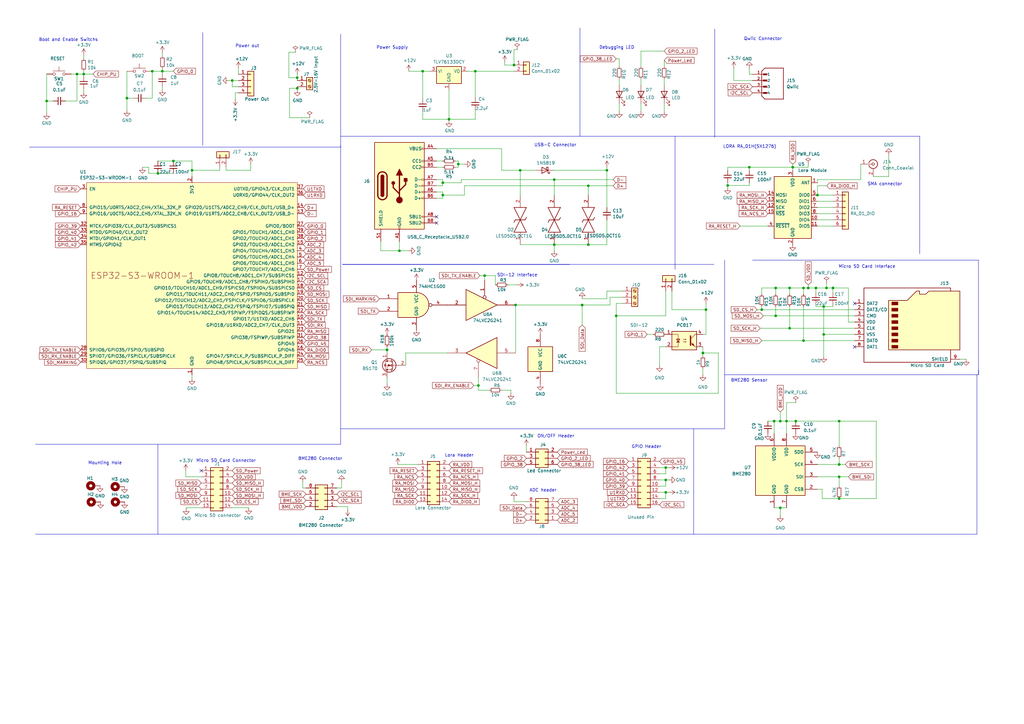
<source format=kicad_sch>
(kicad_sch (version 20231120) (generator "eeschema") (generator_version "8.0")
  (paper "A3")
  (title_block (title "MoleNet V6.4") (date "2025-08-26") (rev "2") (company "Comnets Uni Bremen") (comment 1 "Faruk Kollar") (comment 2 "Nutifafa Agbenor-Efunam"))
  (lib_symbols
    (symbol "+3.3V_1" (power) (pin_names (offset 0))
      (property "Value" "+3.3V_1" (at 0 3.556 0))
      (symbol "+3.3V_1_1_1"
        (pin power_in line (at 0 0 90) (length 0) hide (name "+3.3V") (number "1"))
      )
    )
    (symbol "+3.3V_2" (power) (pin_names (offset 0))
      (property "Value" "+3.3V_2" (at 0 3.556 0))
      (symbol "+3.3V_2_1_1"
        (pin power_in line (at 0 0 90) (length 0) hide (name "+3.3V") (number "1"))
      )
    )
    (symbol "+3.3V_5" (power) (pin_names (offset 0))
      (property "Value" "+3.3V_5" (at 0 3.556 0))
      (symbol "+3.3V_5_1_1"
        (pin power_in line (at 0 0 90) (length 0) hide (name "+3.3V") (number "1"))
      )
    )
    (symbol "74xGxx:74AHC1G00"
      (property "Reference" "U" (at -2.54 3.81 0))
      (property "Value" "74AHC1G00" (at 0 -3.81 0))
      (symbol "74AHC1G00_1_1"
        (pin input line (at -15.24 2.54 0) (length 7.62) (name "~") (number "1"))
        (pin input line (at -15.24 -2.54 0) (length 7.62) (name "~") (number "2"))
        (pin power_in line (at 0 -10.16 90) (length 5.08) (name "GND") (number "3"))
        (pin output inverted (at 12.7 0 180) (length 7.62) (name "~") (number "4"))
        (pin power_in line (at 0 10.16 270) (length 5.08) (name "VCC") (number "5"))
      )
    )
    (symbol "74xGxx:74LVC2G241"
      (property "Reference" "U" (at 2.54 5.08 0))
      (property "Value" "74LVC2G241" (at 2.54 -7.62 0))
      (symbol "74LVC2G241_1_1"
        (pin input inverted (at 0 10.16 270) (length 7.62) (name "~") (number "1"))
        (pin input line (at -15.24 0 0) (length 7.62) (name "~") (number "2"))
        (pin tri_state line (at 12.7 0 180) (length 7.62) (name "~") (number "6"))
      )
      (symbol "74LVC2G241_2_1"
        (pin tri_state line (at 12.7 0 180) (length 7.62) (name "~") (number "3"))
        (pin input line (at -15.24 0 0) (length 7.62) (name "~") (number "5"))
        (pin input inverted (at 0 10.16 270) (length 7.62) (name "~") (number "7"))
      )
      (symbol "74LVC2G241_3_1"
        (pin power_in line (at 0 -10.16 90) (length 5.08) (name "GND") (number "4"))
        (pin power_in line (at 0 10.16 270) (length 5.08) (name "VCC") (number "8"))
      )
    )
    (symbol "Connector:Conn_Coaxial" (pin_names (offset 1.016) hide)
      (property "Reference" "J" (at 0.254 3.048 0))
      (property "Value" "Conn_Coaxial" (at 2.921 0 90))
      (symbol "Conn_Coaxial_1_1"
        (pin passive line (at -5.08 0 0) (length 2.54) (name "In") (number "1"))
        (pin passive line (at 0 -5.08 90) (length 2.54) (name "Ext") (number "2"))
      )
    )
    (symbol "Connector:Micro_SD_Card" (pin_names (offset 1.016))
      (property "Reference" "J" (at -16.51 15.24 0))
      (property "Value" "Micro_SD_Card" (at 16.51 15.24 0))
      (symbol "Micro_SD_Card_1_1"
        (pin bidirectional line (at -22.86 7.62 0) (length 3.81) (name "DAT2") (number "1"))
        (pin bidirectional line (at -22.86 5.08 0) (length 3.81) (name "DAT3/CD") (number "2"))
        (pin input line (at -22.86 2.54 0) (length 3.81) (name "CMD") (number "3"))
        (pin power_in line (at -22.86 0 0) (length 3.81) (name "VDD") (number "4"))
        (pin input line (at -22.86 -2.54 0) (length 3.81) (name "CLK") (number "5"))
        (pin power_in line (at -22.86 -5.08 0) (length 3.81) (name "VSS") (number "6"))
        (pin bidirectional line (at -22.86 -7.62 0) (length 3.81) (name "DAT0") (number "7"))
        (pin bidirectional line (at -22.86 -10.16 0) (length 3.81) (name "DAT1") (number "8"))
        (pin passive line (at 20.32 -15.24 180) (length 3.81) (name "SHIELD") (number "9"))
      )
    )
    (symbol "Connector:Screw_Terminal_01x02" (pin_names (offset 1.016) hide)
      (property "Reference" "J14" (at -2.54 2.54 0))
      (property "Value" "Power In" (at 2.54 -5.08 90))
      (symbol "Screw_Terminal_01x02_1_1"
        (pin input line (at -5.08 0 0) (length 3.81) (name "Pin_1") (number "1"))
        (pin input line (at -5.08 -2.54 0) (length 3.81) (name "Pin_2") (number "2"))
      )
    )
    (symbol "Connector:Screw_Terminal_01x03" (pin_names (offset 1.016) hide)
      (property "Reference" "J" (at 0 5.08 0))
      (property "Value" "Screw_Terminal_01x03" (at 0 -5.08 0))
      (symbol "Screw_Terminal_01x03_1_1"
        (pin passive line (at -5.08 2.54 0) (length 3.81) (name "Pin_1") (number "1"))
        (pin passive line (at -5.08 0 0) (length 3.81) (name "Pin_2") (number "2"))
        (pin passive line (at -5.08 -2.54 0) (length 3.81) (name "Pin_3") (number "3"))
      )
    )
    (symbol "Connector:USB_C_Receptacle_USB2.0" (pin_names (offset 1.016))
      (property "Reference" "J" (at -10.16 19.05 0))
      (property "Value" "USB_C_Receptacle_USB2.0" (at 19.05 19.05 0))
      (symbol "USB_C_Receptacle_USB2.0_1_1"
        (pin passive line (at 0 -22.86 90) (length 5.08) (name "GND") (number "A1"))
        (pin passive line (at 0 -22.86 90) (length 5.08) hide (name "GND") (number "A12"))
        (pin passive line (at 15.24 15.24 180) (length 5.08) (name "VBUS") (number "A4"))
        (pin bidirectional line (at 15.24 10.16 180) (length 5.08) (name "CC1") (number "A5"))
        (pin bidirectional line (at 15.24 -2.54 180) (length 5.08) (name "D+") (number "A6"))
        (pin bidirectional line (at 15.24 2.54 180) (length 5.08) (name "D-") (number "A7"))
        (pin bidirectional line (at 15.24 -12.7 180) (length 5.08) (name "SBU1") (number "A8"))
        (pin passive line (at 15.24 15.24 180) (length 5.08) hide (name "VBUS") (number "A9"))
        (pin passive line (at 0 -22.86 90) (length 5.08) hide (name "GND") (number "B1"))
        (pin passive line (at 0 -22.86 90) (length 5.08) hide (name "GND") (number "B12"))
        (pin passive line (at 15.24 15.24 180) (length 5.08) hide (name "VBUS") (number "B4"))
        (pin bidirectional line (at 15.24 7.62 180) (length 5.08) (name "CC2") (number "B5"))
        (pin bidirectional line (at 15.24 -5.08 180) (length 5.08) (name "D+") (number "B6"))
        (pin bidirectional line (at 15.24 0 180) (length 5.08) (name "D-") (number "B7"))
        (pin bidirectional line (at 15.24 -15.24 180) (length 5.08) (name "SBU2") (number "B8"))
        (pin passive line (at 15.24 15.24 180) (length 5.08) hide (name "VBUS") (number "B9"))
        (pin passive line (at -7.62 -22.86 90) (length 5.08) (name "SHIELD") (number "S1"))
      )
    )
    (symbol "Connector_Generic:Conn_01x02" (pin_names (offset 1.016) hide)
      (property "Reference" "J" (at 0 2.54 0))
      (property "Value" "Conn_01x02" (at 0 -5.08 0))
      (symbol "Conn_01x02_1_1"
        (pin passive line (at -5.08 0 0) (length 3.81) (name "Pin_1") (number "1"))
        (pin passive line (at -5.08 -2.54 0) (length 3.81) (name "Pin_2") (number "2"))
      )
    )
    (symbol "Connector_Generic:Conn_01x04" (pin_names (offset 1.016) hide)
      (property "Reference" "J" (at 0 5.08 0))
      (property "Value" "Conn_01x04" (at 0 -7.62 0))
      (symbol "Conn_01x04_1_1"
        (pin passive line (at -5.08 2.54 0) (length 3.81) (name "Pin_1") (number "1"))
        (pin passive line (at -5.08 0 0) (length 3.81) (name "Pin_2") (number "2"))
        (pin passive line (at -5.08 -2.54 0) (length 3.81) (name "Pin_3") (number "3"))
        (pin passive line (at -5.08 -5.08 0) (length 3.81) (name "Pin_4") (number "4"))
      )
    )
    (symbol "Connector_Generic:Conn_01x06" (pin_names (offset 1.016) hide)
      (property "Reference" "J" (at 0 7.62 0))
      (property "Value" "Conn_01x06" (at 0 -10.16 0))
      (symbol "Conn_01x06_1_1"
        (pin passive line (at -5.08 5.08 0) (length 3.81) (name "Pin_1") (number "1"))
        (pin passive line (at -5.08 2.54 0) (length 3.81) (name "Pin_2") (number "2"))
        (pin passive line (at -5.08 0 0) (length 3.81) (name "Pin_3") (number "3"))
        (pin passive line (at -5.08 -2.54 0) (length 3.81) (name "Pin_4") (number "4"))
        (pin passive line (at -5.08 -5.08 0) (length 3.81) (name "Pin_5") (number "5"))
        (pin passive line (at -5.08 -7.62 0) (length 3.81) (name "Pin_6") (number "6"))
      )
    )
    (symbol "Connector_Generic:Conn_02x03_Top_Bottom" (pin_names (offset 1.016) hide)
      (property "Reference" "J5" (at 1.778 5.588 0))
      (property "Value" "LED_Switch" (at 2.159 -5.08 0))
      (symbol "Conn_02x03_Top_Bottom_1_1"
        (pin passive line (at -5.08 2.54 0) (length 3.81) (name "Pin_1") (number "1"))
        (pin passive line (at 7.62 2.54 180) (length 3.81) (name "Pin_4") (number "2"))
        (pin passive line (at -5.08 0 0) (length 3.81) (name "Pin_2") (number "3"))
        (pin passive line (at 7.62 0 180) (length 3.81) (name "Pin_5") (number "4"))
        (pin passive line (at -5.08 -2.54 0) (length 3.81) (name "Pin_3") (number "5"))
        (pin passive line (at 7.62 -2.54 180) (length 3.81) (name "Pin_6") (number "6"))
      )
    )
    (symbol "Connector_Generic:Conn_02x04_Top_Bottom" (pin_names (offset 1.016) hide)
      (property "Reference" "J12" (at 1.27 7.239 0))
      (property "Value" "I2C Interface" (at 1.524 -11.557 0))
      (symbol "Conn_02x04_Top_Bottom_1_1"
        (pin passive line (at -5.08 2.54 0) (length 3.81) (name "Pin_1") (number "1"))
        (pin passive line (at 7.62 2.54 180) (length 3.81) (name "Pin_5") (number "2"))
        (pin passive line (at -5.08 0 0) (length 3.81) (name "Pin_2") (number "3"))
        (pin passive line (at 7.62 0 180) (length 3.81) (name "Pin_6") (number "4"))
        (pin passive line (at -5.08 -2.54 0) (length 3.81) (name "Pin_3") (number "5"))
        (pin passive line (at 7.62 -2.54 180) (length 3.81) (name "Pin_7") (number "6"))
        (pin passive line (at -5.08 -5.08 0) (length 3.81) (name "Pin_4") (number "7"))
        (pin passive line (at 7.62 -5.08 180) (length 3.81) (name "Pin_8") (number "8"))
      )
    )
    (symbol "Connector_Generic:Conn_02x07_Odd_Even" (pin_names (offset 1.016) hide)
      (property "Reference" "J" (at 1.27 10.16 0))
      (property "Value" "Conn_02x07_Odd_Even" (at 1.27 -10.16 0))
      (symbol "Conn_02x07_Odd_Even_1_1"
        (pin passive line (at -5.08 7.62 0) (length 3.81) (name "Pin_1") (number "1"))
        (pin passive line (at 7.62 -2.54 180) (length 3.81) (name "Pin_10") (number "10"))
        (pin passive line (at -5.08 -5.08 0) (length 3.81) (name "Pin_11") (number "11"))
        (pin passive line (at 7.62 -5.08 180) (length 3.81) (name "Pin_12") (number "12"))
        (pin passive line (at -5.08 -7.62 0) (length 3.81) (name "Pin_13") (number "13"))
        (pin passive line (at 7.62 -7.62 180) (length 3.81) (name "Pin_14") (number "14"))
        (pin passive line (at 7.62 7.62 180) (length 3.81) (name "Pin_2") (number "2"))
        (pin passive line (at -5.08 5.08 0) (length 3.81) (name "Pin_3") (number "3"))
        (pin passive line (at 7.62 5.08 180) (length 3.81) (name "Pin_4") (number "4"))
        (pin passive line (at -5.08 2.54 0) (length 3.81) (name "Pin_5") (number "5"))
        (pin passive line (at 7.62 2.54 180) (length 3.81) (name "Pin_6") (number "6"))
        (pin passive line (at -5.08 0 0) (length 3.81) (name "Pin_7") (number "7"))
        (pin passive line (at 7.62 0 180) (length 3.81) (name "Pin_8") (number "8"))
        (pin passive line (at -5.08 -2.54 0) (length 3.81) (name "Pin_9") (number "9"))
      )
    )
    (symbol "Connector_Generic:Conn_02x08_Odd_Even" (pin_names (offset 1.016) hide)
      (property "Reference" "J" (at 1.27 10.16 0))
      (property "Value" "Conn_02x08_Odd_Even" (at 1.27 -12.7 0))
      (symbol "Conn_02x08_Odd_Even_1_1"
        (pin passive line (at -5.08 7.62 0) (length 3.81) (name "Pin_1") (number "1"))
        (pin passive line (at 7.62 -2.54 180) (length 3.81) (name "Pin_10") (number "10"))
        (pin passive line (at -5.08 -5.08 0) (length 3.81) (name "Pin_11") (number "11"))
        (pin passive line (at 7.62 -5.08 180) (length 3.81) (name "Pin_12") (number "12"))
        (pin passive line (at -5.08 -7.62 0) (length 3.81) (name "Pin_13") (number "13"))
        (pin passive line (at 7.62 -7.62 180) (length 3.81) (name "Pin_14") (number "14"))
        (pin passive line (at -5.08 -10.16 0) (length 3.81) (name "Pin_15") (number "15"))
        (pin passive line (at 7.62 -10.16 180) (length 3.81) (name "Pin_16") (number "16"))
        (pin passive line (at 7.62 7.62 180) (length 3.81) (name "Pin_2") (number "2"))
        (pin passive line (at -5.08 5.08 0) (length 3.81) (name "Pin_3") (number "3"))
        (pin passive line (at 7.62 5.08 180) (length 3.81) (name "Pin_4") (number "4"))
        (pin passive line (at -5.08 2.54 0) (length 3.81) (name "Pin_5") (number "5"))
        (pin passive line (at 7.62 2.54 180) (length 3.81) (name "Pin_6") (number "6"))
        (pin passive line (at -5.08 0 0) (length 3.81) (name "Pin_7") (number "7"))
        (pin passive line (at 7.62 0 180) (length 3.81) (name "Pin_8") (number "8"))
        (pin passive line (at -5.08 -2.54 0) (length 3.81) (name "Pin_9") (number "9"))
      )
    )
    (symbol "Device:C_Small" (pin_numbers hide) (pin_names (offset 0.254) hide)
      (property "Reference" "C" (at 0.254 1.778 0))
      (property "Value" "C_Small" (at 0.254 -2.032 0))
      (symbol "C_Small_1_1"
        (pin passive line (at 0 2.54 270) (length 2.032) (name "~") (number "1"))
        (pin passive line (at 0 -2.54 90) (length 2.032) (name "~") (number "2"))
      )
    )
    (symbol "Device:LED" (pin_numbers hide) (pin_names (offset 1.016) hide)
      (property "Reference" "D" (at 0 2.54 0))
      (property "Value" "LED" (at 0 -2.54 0))
      (symbol "LED_1_1"
        (pin passive line (at -3.81 0 0) (length 2.54) (name "K") (number "1"))
        (pin passive line (at 3.81 0 180) (length 2.54) (name "A") (number "2"))
      )
    )
    (symbol "Device:R_Small" (pin_numbers hide) (pin_names (offset 0.254) hide)
      (property "Reference" "R" (at 0.762 0.508 0))
      (property "Value" "R_Small" (at 0.762 -1.016 0))
      (symbol "R_Small_1_1"
        (pin passive line (at 0 2.54 270) (length 0.762) (name "~") (number "1"))
        (pin passive line (at 0 -2.54 90) (length 0.762) (name "~") (number "2"))
      )
    )
    (symbol "Diode:1N5819" (pin_numbers hide) (pin_names (offset 1.016) hide)
      (property "Reference" "D" (at 0 2.54 0))
      (property "Value" "1N5819" (at 0 -2.54 0))
      (symbol "1N5819_1_1"
        (pin passive line (at -3.81 0 0) (length 2.54) (name "K") (number "1"))
        (pin passive line (at 3.81 0 180) (length 2.54) (name "A") (number "2"))
      )
    )
    (symbol "GND_1" (power) (pin_names (offset 0))
      (property "Value" "GND_1" (at 0 -3.81 0))
      (symbol "GND_1_1_1"
        (pin power_in line (at 0 0 270) (length 0) hide (name "GND") (number "1"))
      )
    )
    (symbol "GND_10" (power) (pin_names (offset 0))
      (property "Value" "GND_10" (at 0 -3.81 0))
      (symbol "GND_10_1_1"
        (pin power_in line (at 0 0 270) (length 0) hide (name "GND") (number "1"))
      )
    )
    (symbol "GND_11" (power) (pin_names (offset 0))
      (property "Value" "GND_11" (at 0 -3.81 0))
      (symbol "GND_11_1_1"
        (pin power_in line (at 0 0 270) (length 0) hide (name "GND") (number "1"))
      )
    )
    (symbol "GND_12" (power) (pin_names (offset 0))
      (property "Value" "GND_12" (at 0 -3.81 0))
      (symbol "GND_12_1_1"
        (pin power_in line (at 0 0 270) (length 0) hide (name "GND") (number "1"))
      )
    )
    (symbol "GND_13" (power) (pin_names (offset 0))
      (property "Value" "GND_13" (at 0 -3.81 0))
      (symbol "GND_13_1_1"
        (pin power_in line (at 0 0 270) (length 0) hide (name "GND") (number "1"))
      )
    )
    (symbol "GND_14" (power) (pin_names (offset 0))
      (property "Value" "GND_14" (at 0 -3.81 0))
      (symbol "GND_14_1_1"
        (pin power_in line (at 0 0 270) (length 0) hide (name "GND") (number "1"))
      )
    )
    (symbol "GND_2" (power) (pin_names (offset 0))
      (property "Value" "GND_2" (at 0 -3.81 0))
      (symbol "GND_2_1_1"
        (pin power_in line (at 0 0 270) (length 0) hide (name "GND") (number "1"))
      )
    )
    (symbol "GND_3" (power) (pin_names (offset 0))
      (property "Value" "GND_3" (at 0 -3.81 0))
      (symbol "GND_3_1_1"
        (pin power_in line (at 0 0 270) (length 0) hide (name "GND") (number "1"))
      )
    )
    (symbol "GND_4" (power) (pin_names (offset 0))
      (property "Value" "GND_4" (at 0 -3.81 0))
      (symbol "GND_4_1_1"
        (pin power_in line (at 0 0 270) (length 0) hide (name "GND") (number "1"))
      )
    )
    (symbol "GND_5" (power) (pin_names (offset 0))
      (property "Value" "GND_5" (at 0 -3.81 0))
      (symbol "GND_5_1_1"
        (pin power_in line (at 0 0 270) (length 0) hide (name "GND") (number "1"))
      )
    )
    (symbol "GND_6" (power) (pin_names (offset 0))
      (property "Value" "GND_6" (at 0 -3.81 0))
      (symbol "GND_6_1_1"
        (pin power_in line (at 0 0 270) (length 0) hide (name "GND") (number "1"))
      )
    )
    (symbol "GND_7" (power) (pin_names (offset 0))
      (property "Value" "GND_7" (at 0 -3.81 0))
      (symbol "GND_7_1_1"
        (pin power_in line (at 0 0 270) (length 0) hide (name "GND") (number "1"))
      )
    )
    (symbol "GND_8" (power) (pin_names (offset 0))
      (property "Value" "GND_8" (at 0 -3.81 0))
      (symbol "GND_8_1_1"
        (pin power_in line (at 0 0 270) (length 0) hide (name "GND") (number "1"))
      )
    )
    (symbol "GND_9" (power) (pin_names (offset 0))
      (property "Value" "GND_9" (at 0 -3.81 0))
      (symbol "GND_9_1_1"
        (pin power_in line (at 0 0 270) (length 0) hide (name "GND") (number "1"))
      )
    )
    (symbol "Isolator:PC817" (pin_names (offset 1.016))
      (property "Reference" "U" (at -5.08 5.08 0))
      (property "Value" "PC817" (at 0 5.08 0))
      (symbol "PC817_1_1"
        (pin passive line (at -7.62 2.54 0) (length 2.54) (name "~") (number "1"))
        (pin passive line (at -7.62 -2.54 0) (length 2.54) (name "~") (number "2"))
        (pin passive line (at 7.62 -2.54 180) (length 2.54) (name "~") (number "3"))
        (pin passive line (at 7.62 2.54 180) (length 2.54) (name "~") (number "4"))
      )
    )
    (symbol "LESD5D5_0CT1G:LESD5D5.0CT1G" (pin_names hide)
      (property "Reference" "D" (at 12.7 8.89 0))
      (property "Value" "LESD5D5.0CT1G" (at 12.7 6.35 0))
      (symbol "LESD5D5.0CT1G_1_1"
        (pin passive line (at 0 0 0) (length 5.08) (name "1") (number "1"))
        (pin passive line (at 20.32 0 180) (length 5.08) (name "2") (number "2"))
      )
    )
    (symbol "Mechanical:MountingHole_Pad" (pin_numbers hide) (pin_names (offset 1.016) hide)
      (property "Reference" "H" (at 0 6.35 0))
      (property "Value" "MountingHole_Pad" (at 0 4.445 0))
      (symbol "MountingHole_Pad_1_1"
        (pin input line (at 0 -2.54 90) (length 2.54) (name "1") (number "1"))
      )
    )
    (symbol "PCM_Espressif:ESP32-S3-WROOM-1" (pin_names (offset 1.016))
      (property "Reference" "U" (at -43.18 43.18 0))
      (property "Value" "ESP32-S3-WROOM-1" (at -43.18 40.64 0))
      (symbol "ESP32-S3-WROOM-1_0_0"
        (text "ESP32-S3-WROOM-1" (at -20.32 0 0) (effects (font (size 2.54 2.54))))
        (pin power_in line (at 0 -40.64 90) (length 2.54) (name "GND") (number "1"))
        (pin bidirectional line (at 45.72 -17.78 180) (length 2.54) (name "GPIO17/U1TXD/ADC2_CH6") (number "10"))
        (pin bidirectional line (at 45.72 -20.32 180) (length 2.54) (name "GPIO18/U1RXD/ADC2_CH7/CLK_OUT3") (number "11"))
        (pin bidirectional line (at 45.72 0 180) (length 2.54) (name "GPIO8/TOUCH8/ADC1_CH7/SUBSPICS1") (number "12"))
        (pin bidirectional line (at 45.72 25.4 180) (length 2.54) (name "GPIO19/U1RTS/ADC2_CH8/CLK_OUT2/USB_D-") (number "13"))
        (pin bidirectional line (at 45.72 27.94 180) (length 2.54) (name "GPIO20/U1CTS/ADC2_CH9/CLK_OUT1/USB_D+") (number "14"))
        (pin bidirectional line (at 45.72 12.7 180) (length 2.54) (name "GPIO3/TOUCH3/ADC1_CH2") (number "15"))
        (pin bidirectional line (at 45.72 -30.48 180) (length 2.54) (name "GPIO46") (number "16"))
        (pin bidirectional line (at 45.72 -2.54 180) (length 2.54) (name "GPIO9/TOUCH9/ADC1_CH8/FSPIHD/SUBSPIHD") (number "17"))
        (pin bidirectional line (at 45.72 -5.08 180) (length 2.54) (name "GPIO10/TOUCH10/ADC1_CH9/FSPICS0/FSPIIO4/SUBSPICS0") (number "18"))
        (pin bidirectional line (at 45.72 -7.62 180) (length 2.54) (name "GPIO11/TOUCH11/ADC2_CH0/FSPID/FSPIIO5/SUBSPID") (number "19"))
        (pin power_in line (at 0 40.64 270) (length 2.54) (name "3V3") (number "2"))
        (pin bidirectional line (at 45.72 -10.16 180) (length 2.54) (name "GPIO12/TOUCH12/ADC2_CH1/FSPICLK/FSPIIO6/SUBSPICLK") (number "20"))
        (pin bidirectional line (at 45.72 -12.7 180) (length 2.54) (name "GPIO13/TOUCH13/ADC2_CH2/FSPIQ/FSPIIO7/SUBSPIQ") (number "21"))
        (pin bidirectional line (at 45.72 -15.24 180) (length 2.54) (name "GPIO14/TOUCH14/ADC2_CH3/FSPIWP/FSPIDQS/SUBSPIWP") (number "22"))
        (pin bidirectional line (at 45.72 -22.86 180) (length 2.54) (name "GPIO21") (number "23"))
        (pin bidirectional line (at 45.72 -33.02 180) (length 2.54) (name "GPIO47/SPICLK_P/SUBSPICLK_P_DIFF") (number "24"))
        (pin bidirectional line (at 45.72 -35.56 180) (length 2.54) (name "GPIO48/SPICLK_N/SUBSPICLK_N_DIFF") (number "25"))
        (pin bidirectional line (at 45.72 -27.94 180) (length 2.54) (name "GPIO45") (number "26"))
        (pin bidirectional line (at 45.72 20.32 180) (length 2.54) (name "GPIO0/BOOT") (number "27"))
        (pin bidirectional line (at -45.72 -30.48 0) (length 2.54) (name "SPIIO6/GPIO35/FSPID/SUBSPID") (number "28"))
        (pin bidirectional line (at -45.72 -33.02 0) (length 2.54) (name "SPIIO7/GPIO36/FSPICLK/SUBSPICLK") (number "29"))
        (pin input line (at -45.72 35.56 0) (length 2.54) (name "EN") (number "3"))
        (pin bidirectional line (at -45.72 -35.56 0) (length 2.54) (name "SPIDQS/GPIO37/FSPIQ/SUBSPIQ") (number "30"))
        (pin bidirectional line (at 45.72 -25.4 180) (length 2.54) (name "GPIO38/FSPIWP/SUBSPIWP") (number "31"))
        (pin bidirectional line (at -45.72 20.32 0) (length 2.54) (name "MTCK/GPIO39/CLK_OUT3/SUBSPICS1") (number "32"))
        (pin bidirectional line (at -45.72 17.78 0) (length 2.54) (name "MTDO/GPIO40/CLK_OUT2") (number "33"))
        (pin bidirectional line (at -45.72 15.24 0) (length 2.54) (name "MTDI/GPIO41/CLK_OUT1") (number "34"))
        (pin bidirectional line (at -45.72 12.7 0) (length 2.54) (name "MTMS/GPIO42") (number "35"))
        (pin bidirectional line (at 45.72 33.02 180) (length 2.54) (name "U0RXD/GPIO44/CLK_OUT2") (number "36"))
        (pin bidirectional line (at 45.72 35.56 180) (length 2.54) (name "U0TXD/GPIO43/CLK_OUT1") (number "37"))
        (pin bidirectional line (at 45.72 15.24 180) (length 2.54) (name "GPIO2/TOUCH2/ADC1_CH1") (number "38"))
        (pin bidirectional line (at 45.72 17.78 180) (length 2.54) (name "GPIO1/TOUCH1/ADC1_CH0") (number "39"))
        (pin bidirectional line (at 45.72 10.16 180) (length 2.54) (name "GPIO4/TOUCH4/ADC1_CH3") (number "4"))
        (pin passive line (at 0 -40.64 90) (length 2.54) hide (name "GND") (number "40"))
        (pin passive line (at 0 -40.64 90) (length 2.54) hide (name "GND") (number "41"))
        (pin bidirectional line (at 45.72 7.62 180) (length 2.54) (name "GPIO5/TOUCH5/ADC1_CH4") (number "5"))
        (pin bidirectional line (at 45.72 5.08 180) (length 2.54) (name "GPIO6/TOUCH6/ADC1_CH5") (number "6"))
        (pin bidirectional line (at 45.72 2.54 180) (length 2.54) (name "GPIO7/TOUCH7/ADC1_CH6") (number "7"))
        (pin bidirectional line (at -45.72 27.94 0) (length 2.54) (name "GPIO15/U0RTS/ADC2_CH4/XTAL_32K_P") (number "8"))
        (pin bidirectional line (at -45.72 25.4 0) (length 2.54) (name "GPIO16/U0CTS/ADC2_CH5/XTAL_32K_N") (number "9"))
      )
    )
    (symbol "PRT-14417:PRT-14417" (pin_names (offset 1.016))
      (property "Reference" "J" (at -2.54 8.382 0))
      (property "Value" "PRT-14417" (at -2.54 -7.62 0))
      (symbol "PRT-14417_0_0"
        (pin passive line (at -7.62 5.08 0) (length 5.08) (name "1") (number "1"))
        (pin passive line (at -7.62 2.54 0) (length 5.08) (name "2") (number "2"))
        (pin passive line (at -7.62 0 0) (length 5.08) (name "3") (number "3"))
        (pin passive line (at -7.62 -2.54 0) (length 5.08) (name "4") (number "4"))
      )
    )
    (symbol "PWR_FLAG_1" (power) (pin_numbers hide) (pin_names (offset 0) hide)
      (property "Value" "PWR_FLAG_1" (at 0 3.81 0))
      (symbol "PWR_FLAG_1_0_0"
        (pin power_out line (at 0 0 90) (length 0) (name "pwr") (number "1"))
      )
    )
    (symbol "PWR_FLAG_2" (power) (pin_numbers hide) (pin_names (offset 0) hide)
      (property "Value" "PWR_FLAG_2" (at 0 3.81 0))
      (symbol "PWR_FLAG_2_0_0"
        (pin power_out line (at 0 0 90) (length 0) (name "pwr") (number "1"))
      )
    )
    (symbol "PWR_FLAG_3" (power) (pin_numbers hide) (pin_names (offset 0) hide)
      (property "Value" "PWR_FLAG_3" (at 0 3.81 0))
      (symbol "PWR_FLAG_3_0_0"
        (pin power_out line (at 0 0 90) (length 0) (name "pwr") (number "1"))
      )
    )
    (symbol "RF_Module:Ai-Thinker-Ra-01"
      (property "Reference" "U" (at 2.54 17.78 0))
      (property "Value" "Ai-Thinker-Ra-01" (at 13.97 -15.24 0))
      (symbol "Ai-Thinker-Ra-01_1_1"
        (pin passive line (at 10.16 10.16 180) (length 2.54) (name "ANT") (number "1"))
        (pin bidirectional line (at 10.16 -5.08 180) (length 2.54) (name "DIO4") (number "10"))
        (pin bidirectional line (at 10.16 -7.62 180) (length 2.54) (name "DIO5") (number "11"))
        (pin input line (at -10.16 0 0) (length 2.54) (name "SCK") (number "12"))
        (pin output line (at -10.16 2.54 0) (length 2.54) (name "MISO") (number "13"))
        (pin input line (at -10.16 5.08 0) (length 2.54) (name "MOSI") (number "14"))
        (pin input line (at -10.16 -2.54 0) (length 2.54) (name "~{NSS}") (number "15"))
        (pin passive line (at 0 -15.24 90) (length 2.54) hide (name "GND") (number "16"))
        (pin power_in line (at 0 -15.24 90) (length 2.54) (name "GND") (number "2"))
        (pin power_in line (at 0 15.24 270) (length 2.54) (name "VDD") (number "3"))
        (pin input line (at -10.16 -7.62 0) (length 2.54) (name "~{RESET}") (number "4"))
        (pin bidirectional line (at 10.16 5.08 180) (length 2.54) (name "DIO0") (number "5"))
        (pin bidirectional line (at 10.16 2.54 180) (length 2.54) (name "DIO1") (number "6"))
        (pin bidirectional line (at 10.16 0 180) (length 2.54) (name "DIO2") (number "7"))
        (pin bidirectional line (at 10.16 -2.54 180) (length 2.54) (name "DIO3") (number "8"))
        (pin passive line (at 0 -15.24 90) (length 2.54) hide (name "GND") (number "9"))
      )
    )
    (symbol "Regulator_Linear:TLV76133DCY"
      (property "Reference" "U" (at -7.62 6.35 0))
      (property "Value" "TLV76133DCY" (at -1.27 6.35 0))
      (symbol "TLV76133DCY_1_1"
        (pin power_in line (at 0 -7.62 90) (length 2.54) (name "GND") (number "1"))
        (pin power_out line (at 7.62 0 180) (length 2.54) (name "VO") (number "2"))
        (pin power_in line (at -7.62 0 0) (length 2.54) (name "VI") (number "3"))
      )
    )
    (symbol "Sensor:BME280"
      (property "Reference" "U" (at -8.89 11.43 0))
      (property "Value" "BME280" (at 7.62 11.43 0))
      (symbol "BME280_1_1"
        (pin power_in line (at -2.54 -15.24 90) (length 5.08) (name "GND") (number "1"))
        (pin input line (at 15.24 -7.62 180) (length 5.08) (name "CSB") (number "2"))
        (pin bidirectional line (at 15.24 -2.54 180) (length 5.08) (name "SDI") (number "3"))
        (pin input line (at 15.24 2.54 180) (length 5.08) (name "SCK") (number "4"))
        (pin bidirectional line (at 15.24 7.62 180) (length 5.08) (name "SDO") (number "5"))
        (pin power_in line (at -2.54 15.24 270) (length 5.08) (name "VDDIO") (number "6"))
        (pin power_in line (at 2.54 -15.24 90) (length 5.08) (name "GND") (number "7"))
        (pin power_in line (at 2.54 15.24 270) (length 5.08) (name "VDD") (number "8"))
      )
    )
    (symbol "Switch:SW_Push" (pin_numbers hide) (pin_names (offset 1.016) hide)
      (property "Reference" "SW" (at 1.27 2.54 0))
      (property "Value" "SW_Push" (at 0 -1.524 0))
      (symbol "SW_Push_0_1"
        (pin passive line (at -5.08 0 0) (length 2.54) (name "1") (number "1"))
        (pin passive line (at 5.08 0 180) (length 2.54) (name "2") (number "2"))
      )
    )
    (symbol "Transistor_FET:BS170" (pin_names hide)
      (property "Reference" "Q" (at 5.08 1.905 0))
      (property "Value" "BS170" (at 5.08 0 0))
      (symbol "BS170_1_1"
        (pin passive line (at 2.54 5.08 270) (length 2.54) (name "D") (number "1"))
        (pin input line (at -5.08 0 0) (length 2.54) (name "G") (number "2"))
        (pin passive line (at 2.54 -5.08 90) (length 2.54) (name "S") (number "3"))
      )
    )
    (symbol "power:+12V" (power) (pin_names (offset 0))
      (property "Value" "+12V" (at 0 3.556 0))
      (symbol "+12V_1_1"
        (pin power_in line (at 0 0 90) (length 0) hide (name "+12V") (number "1"))
      )
    )
    (symbol "power:GND" (power) (pin_names (offset 0))
      (property "Value" "GND" (at 0 -3.81 0))
      (symbol "GND_1_1"
        (pin power_in line (at 0 0 270) (length 0) hide (name "GND") (number "1"))
      )
    )
    (symbol "power:PWR_FLAG" (power) (pin_numbers hide) (pin_names (offset 0) hide)
      (property "Value" "PWR_FLAG" (at 0 3.81 0))
      (symbol "PWR_FLAG_0_0"
        (pin power_out line (at 0 0 90) (length 0) (name "pwr") (number "1"))
      )
    )
  )
  (junction (at 331.4954 118.11))
  (junction (at 320.04 172.72))
  (junction (at 158.75 143.51))
  (junction (at 184.15 48.895))
  (junction (at 344.17 172.72))
  (junction (at 323.85 118.11))
  (junction (at 163.83 102.87))
  (junction (at 34.3408 30.3784))
  (junction (at 78.74 69.85))
  (junction (at 298.45 76.073))
  (junction (at 344.17 204.47))
  (junction (at 52.07 40.259))
  (junction (at 62.4586 29.21))
  (junction (at 318.135 129.54))
  (junction (at 95.25 33.02))
  (junction (at 273.05 201.93))
  (junction (at 241.3 100.33))
  (junction (at 322.58 172.72))
  (junction (at 344.17 190.5))
  (junction (at 326.39 172.72))
  (junction (at 307.34 68.58))
  (junction (at 196.215 158.115))
  (junction (at 252.73 129.54))
  (junction (at 318.135 118.11))
  (junction (at 337.82 125.73))
  (junction (at 344.17 195.58))
  (junction (at 227.33 73.66))
  (junction (at 213.36 69.85))
  (junction (at 335.28 80.01))
  (junction (at 194.945 29.21))
  (junction (at 31.5722 30.3784))
  (junction (at 312.42 127))
  (junction (at 71.12 66.04))
  (junction (at 288.29 144.78))
  (junction (at 210.82 26.67))
  (junction (at 187.96 67.31))
  (junction (at 248.92 69.85))
  (junction (at 273.05 191.77))
  (junction (at 329.565 118.11))
  (junction (at 19.1262 41.4274))
  (junction (at 289.56 127))
  (junction (at 273.05 196.85))
  (junction (at 66.5988 29.21))
  (junction (at 325.12 68.58))
  (junction (at 329.565 139.7))
  (junction (at 181.61 80.01))
  (junction (at 181.61 74.93))
  (junction (at 337.82 137.16))
  (junction (at 121.92 31.877))
  (junction (at 198.755 113.03))
  (junction (at 121.92 36.195))
  (junction (at 323.85 134.62))
  (junction (at 334.645 118.11))
  (junction (at 173.355 29.21))
  (junction (at 317.5 172.72))
  (junction (at 241.3 76.2))
  (junction (at 227.33 100.33))
  (junction (at 320.04 208.28))
  (junction (at 211.455 125.095))
  (junction (at 238.76 125.095))
  (junction (at 64.77 71.12))
  (junction (at 341.63 118.11))
  (junction (at 338.9884 118.11))
  (no_connect (at 350.52 142.24))
  (no_connect (at 350.52 124.46))
  (no_connect (at 179.07 88.9))
  (no_connect (at 179.07 91.44))
  (no_connect (at 82.55 193.04))
  (wire (pts (xy 273.05 204.47) (xy 273.05 201.93)))
  (wire (pts (xy 325.12 67.31) (xy 325.12 68.58)))
  (wire (pts (xy 184.15 48.895) (xy 184.15 49.53)))
  (wire (pts (xy 251.46 76.2) (xy 241.3 76.2)))
  (wire (pts (xy 179.07 76.2) (xy 181.61 76.2)))
  (wire (pts (xy 210.82 205.74) (xy 210.82 204.47)))
  (wire (pts (xy 29.2862 30.3784) (xy 31.5722 30.3784)))
  (wire (pts (xy 273.05 199.39) (xy 273.05 196.85)))
  (wire (pts (xy 158.75 154.94) (xy 158.75 157.48)))
  (wire (pts (xy 167.64 29.21) (xy 173.355 29.21)))
  (wire (pts (xy 66.5988 29.21) (xy 66.5988 30.3784)))
  (wire (pts (xy 344.17 195.58) (xy 347.98 195.58)))
  (wire (pts (xy 60.96 68.58) (xy 60.96 71.12)))
  (wire (pts (xy 187.96 68.58) (xy 186.69 68.58)))
  (polyline (pts (xy 400.685 219.075) (xy 400.685 153.67)))
  (wire (pts (xy 248.92 122.555) (xy 238.76 122.555)))
  (wire (pts (xy 335.28 82.55) (xy 341.63 82.55)))
  (wire (pts (xy 270.51 196.85) (xy 273.05 196.85)))
  (wire (pts (xy 95.25 208.28) (xy 102.0064 208.28)))
  (wire (pts (xy 248.92 119.38) (xy 248.92 122.555)))
  (wire (pts (xy 179.07 66.04) (xy 181.61 66.04)))
  (wire (pts (xy 265.43 137.16) (xy 267.97 137.16)))
  (wire (pts (xy 184.15 36.83) (xy 184.15 48.895)))
  (wire (pts (xy 181.61 76.2) (xy 181.61 74.93)))
  (wire (pts (xy 298.45 68.58) (xy 307.34 68.58)))
  (wire (pts (xy 254 24.13) (xy 254 27.305)))
  (wire (pts (xy 158.75 142.24) (xy 158.75 143.51)))
  (wire (pts (xy 335.28 73.66) (xy 335.28 74.93)))
  (wire (pts (xy 97.79 30.48) (xy 97.79 27.94)))
  (wire (pts (xy 337.82 137.16) (xy 337.82 146.05)))
  (wire (pts (xy 317.5 172.72) (xy 314.96 172.72)))
  (wire (pts (xy 203.2 116.84) (xy 203.2 113.03)))
  (wire (pts (xy 262.89 42.545) (xy 262.89 45.72)))
  (wire (pts (xy 307.34 68.58) (xy 307.34 69.85)))
  (wire (pts (xy 208.28 116.84) (xy 212.09 116.84)))
  (wire (pts (xy 252.73 161.29) (xy 294.64 161.29)))
  (wire (pts (xy 207.01 25.4) (xy 207.01 26.67)))
  (wire (pts (xy 322.58 165.1) (xy 322.58 172.72)))
  (wire (pts (xy 335.28 195.58) (xy 344.17 195.58)))
  (polyline (pts (xy 14.605 182.245) (xy 139.7 182.245)))
  (wire (pts (xy 238.76 125.095) (xy 238.76 133.35)))
  (wire (pts (xy 350.52 129.54) (xy 318.135 129.54)))
  (wire (pts (xy 92.71 68.58) (xy 92.71 69.85)))
  (wire (pts (xy 58.42 68.58) (xy 60.96 68.58)))
  (wire (pts (xy 317.5 208.28) (xy 320.04 208.28)))
  (wire (pts (xy 322.58 172.72) (xy 326.39 172.72)))
  (polyline (pts (xy 284.48 175.895) (xy 284.48 219.075)))
  (wire (pts (xy 62.4586 40.259) (xy 59.8424 40.259)))
  (wire (pts (xy 64.77 66.04) (xy 71.12 66.04)))
  (wire (pts (xy 353.06 73.66) (xy 353.06 67.31)))
  (wire (pts (xy 90.17 69.85) (xy 78.74 69.85)))
  (polyline (pts (xy 237.871 55.88) (xy 377.19 55.88)))
  (wire (pts (xy 163.1696 190.5) (xy 171.45 190.5)))
  (wire (pts (xy 158.75 143.51) (xy 158.75 144.78)))
  (wire (pts (xy 186.69 66.04) (xy 187.96 66.04)))
  (wire (pts (xy 307.34 76.073) (xy 298.45 76.073)))
  (wire (pts (xy 210.82 20.32) (xy 210.82 26.67)))
  (wire (pts (xy 181.61 80.01) (xy 181.61 78.74)))
  (wire (pts (xy 121.92 30.48) (xy 121.92 31.877)))
  (wire (pts (xy 241.3 80.01) (xy 241.3 76.2)))
  (wire (pts (xy 326.39 165.1) (xy 322.58 165.1)))
  (wire (pts (xy 152.4 143.51) (xy 158.75 143.51)))
  (wire (pts (xy 312.42 120.65) (xy 312.42 118.11)))
  (wire (pts (xy 121.92 36.195) (xy 121.92 36.83)))
  (wire (pts (xy 213.36 69.85) (xy 213.36 80.01)))
  (wire (pts (xy 166.37 144.78) (xy 183.515 144.78)))
  (wire (pts (xy 303.53 92.71) (xy 314.96 92.71)))
  (wire (pts (xy 125.476 200.152) (xy 124.206 200.152)))
  (wire (pts (xy 227.33 69.85) (xy 248.92 69.85)))
  (wire (pts (xy 331.47 68.58) (xy 325.12 68.58)))
  (wire (pts (xy 307.34 30.48) (xy 307.34 27.94)))
  (wire (pts (xy 359.41 172.72) (xy 344.17 172.72)))
  (wire (pts (xy 270.51 191.77) (xy 273.05 191.77)))
  (wire (pts (xy 337.82 125.73) (xy 341.63 125.73)))
  (wire (pts (xy 52.07 40.259) (xy 52.07 29.21)))
  (polyline (pts (xy 139.7 13.97) (xy 139.7 60.325)))
  (wire (pts (xy 298.45 76.9874) (xy 298.45 76.073)))
  (wire (pts (xy 318.135 118.11) (xy 323.85 118.11)))
  (wire (pts (xy 329.565 118.11) (xy 331.4954 118.11)))
  (wire (pts (xy 334.645 118.11) (xy 338.9884 118.11)))
  (wire (pts (xy 189.23 74.93) (xy 181.61 74.93)))
  (wire (pts (xy 248.92 69.85) (xy 248.92 85.09)))
  (wire (pts (xy 34.3408 30.3784) (xy 34.3408 31.3944)))
  (wire (pts (xy 329.565 139.7) (xy 350.52 139.7)))
  (wire (pts (xy 317.5 172.72) (xy 320.04 172.72)))
  (wire (pts (xy 76.3524 208.28) (xy 82.55 208.28)))
  (wire (pts (xy 273.05 119.38) (xy 273.05 129.54)))
  (polyline (pts (xy 401.32 106.68) (xy 401.32 153.67)))
  (wire (pts (xy 320.04 208.28) (xy 320.04 211.455)))
  (wire (pts (xy 19.1262 46.3804) (xy 19.1262 41.4274)))
  (polyline (pts (xy 237.871 11.43) (xy 237.871 55.88)))
  (wire (pts (xy 194.31 158.115) (xy 196.215 158.115)))
  (wire (pts (xy 118.491 31.877) (xy 121.92 31.877)))
  (wire (pts (xy 289.56 137.16) (xy 288.29 137.16)))
  (wire (pts (xy 341.63 120.015) (xy 341.63 118.11)))
  (wire (pts (xy 289.56 124.46) (xy 289.56 127)))
  (wire (pts (xy 273.05 194.31) (xy 273.05 191.77)))
  (wire (pts (xy 181.61 78.74) (xy 179.07 78.74)))
  (wire (pts (xy 118.745 48.26) (xy 118.745 36.195)))
  (wire (pts (xy 78.74 153.67) (xy 78.74 155.194)))
  (wire (pts (xy 254 42.545) (xy 254 45.72)))
  (wire (pts (xy 142.621 207.772) (xy 138.176 207.772)))
  (wire (pts (xy 335.28 85.09) (xy 341.63 85.09)))
  (polyline (pts (xy 64.77 219.075) (xy 222.25 219.075)))
  (wire (pts (xy 179.07 73.66) (xy 181.61 73.66)))
  (wire (pts (xy 241.3 100.33) (xy 248.92 100.33)))
  (wire (pts (xy 294.64 144.78) (xy 288.29 144.78)))
  (wire (pts (xy 95.25 35.56) (xy 97.79 35.56)))
  (wire (pts (xy 344.17 204.47) (xy 359.41 204.47)))
  (wire (pts (xy 335.28 73.66) (xy 353.06 73.66)))
  (wire (pts (xy 95.25 35.56) (xy 95.25 33.02)))
  (wire (pts (xy 97.79 38.1) (xy 96.52 38.1)))
  (wire (pts (xy 347.98 132.08) (xy 347.98 118.11)))
  (wire (pts (xy 62.4586 29.21) (xy 66.5988 29.21)))
  (wire (pts (xy 326.39 172.72) (xy 344.17 172.72)))
  (wire (pts (xy 173.355 45.72) (xy 173.355 48.895)))
  (wire (pts (xy 76.2 195.58) (xy 82.55 195.58)))
  (polyline (pts (xy 284.48 219.075) (xy 400.685 219.075)))
  (wire (pts (xy 341.63 118.11) (xy 347.98 118.11)))
  (wire (pts (xy 335.28 90.17) (xy 341.63 90.17)))
  (wire (pts (xy 142.621 209.042) (xy 142.621 207.772)))
  (wire (pts (xy 250.19 121.92) (xy 250.19 125.095)))
  (wire (pts (xy 273.05 142.24) (xy 270.51 142.24)))
  (wire (pts (xy 337.82 137.16) (xy 337.82 125.73)))
  (wire (pts (xy 300.99 33.02) (xy 300.99 27.94)))
  (wire (pts (xy 173.355 29.21) (xy 173.355 40.64)))
  (wire (pts (xy 64.77 71.12) (xy 71.12 71.12)))
  (wire (pts (xy 359.41 204.47) (xy 359.41 172.72)))
  (wire (pts (xy 335.28 92.71) (xy 341.63 92.71)))
  (wire (pts (xy 209.55 160.02) (xy 209.55 161.29)))
  (wire (pts (xy 198.755 113.03) (xy 198.755 114.935)))
  (wire (pts (xy 62.4586 29.21) (xy 62.4586 40.259)))
  (wire (pts (xy 102.87 69.85) (xy 102.87 67.31)))
  (wire (pts (xy 318.135 125.73) (xy 318.135 129.54)))
  (polyline (pts (xy 83.185 13.335) (xy 83.185 59.69)))
  (wire (pts (xy 121.92 35.56) (xy 121.92 36.195)))
  (wire (pts (xy 325.12 68.58) (xy 325.12 69.85)))
  (wire (pts (xy 273.05 191.77) (xy 274.32 191.77)))
  (polyline (pts (xy 293.116 11.938) (xy 293.116 56.388)))
  (wire (pts (xy 166.37 149.86) (xy 166.37 144.78)))
  (wire (pts (xy 95.25 33.02) (xy 97.79 33.02)))
  (wire (pts (xy 322.58 177.8) (xy 322.58 172.72)))
  (wire (pts (xy 350.52 137.16) (xy 337.82 137.16)))
  (wire (pts (xy 212.09 20.32) (xy 210.82 20.32)))
  (wire (pts (xy 102.87 69.85) (xy 92.71 69.85)))
  (wire (pts (xy 124.206 200.152) (xy 124.206 197.612)))
  (polyline (pts (xy 401.32 151.765) (xy 401.32 153.67)))
  (wire (pts (xy 34.3408 29.1084) (xy 34.3408 30.3784)))
  (wire (pts (xy 189.23 73.66) (xy 189.23 74.93)))
  (wire (pts (xy 323.85 125.73) (xy 323.85 134.62)))
  (wire (pts (xy 311.785 134.62) (xy 323.85 134.62)))
  (wire (pts (xy 288.29 151.13) (xy 288.29 153.67)))
  (wire (pts (xy 312.42 125.73) (xy 312.42 127)))
  (wire (pts (xy 118.745 36.195) (xy 121.92 36.195)))
  (wire (pts (xy 329.565 125.73) (xy 329.565 139.7)))
  (wire (pts (xy 339.09 76.2) (xy 335.28 76.2)))
  (wire (pts (xy 329.565 120.65) (xy 329.565 118.11)))
  (wire (pts (xy 289.56 127) (xy 289.56 137.16)))
  (wire (pts (xy 205.74 160.02) (xy 209.55 160.02)))
  (wire (pts (xy 179.07 81.28) (xy 181.61 81.28)))
  (polyline (pts (xy 276.86 55.88) (xy 276.86 110.49)))
  (wire (pts (xy 248.92 68.58) (xy 248.92 69.85)))
  (wire (pts (xy 205.74 69.85) (xy 213.36 69.85)))
  (wire (pts (xy 194.945 29.21) (xy 210.82 29.21)))
  (polyline (pts (xy 139.7 55.88) (xy 237.871 55.88)))
  (wire (pts (xy 334.645 118.11) (xy 334.645 120.015)))
  (wire (pts (xy 207.01 26.67) (xy 210.82 26.67)))
  (wire (pts (xy 19.1262 41.4274) (xy 21.8186 41.4274)))
  (wire (pts (xy 156.21 99.06) (xy 156.21 102.87)))
  (wire (pts (xy 227.33 100.33) (xy 241.3 100.33)))
  (wire (pts (xy 102.0064 208.28) (xy 102.0064 208.3308)))
  (wire (pts (xy 335.28 87.63) (xy 341.63 87.63)))
  (wire (pts (xy 364.49 63.5) (xy 364.49 72.39)))
  (wire (pts (xy 62.23 29.21) (xy 62.4586 29.21)))
  (wire (pts (xy 31.5722 30.3784) (xy 34.3408 30.3784)))
  (wire (pts (xy 31.5722 41.4274) (xy 31.5722 30.3784)))
  (wire (pts (xy 194.945 40.005) (xy 194.945 29.21)))
  (wire (pts (xy 26.8986 41.4274) (xy 31.5722 41.4274)))
  (polyline (pts (xy 377.19 55.88) (xy 377.19 104.14)))
  (wire (pts (xy 219.71 69.85) (xy 213.36 69.85)))
  (wire (pts (xy 298.45 76.073) (xy 298.45 74.93)))
  (polyline (pts (xy 297.18 175.895) (xy 139.7 175.895)))
  (wire (pts (xy 307.34 74.93) (xy 307.34 76.073)))
  (wire (pts (xy 350.52 132.08) (xy 347.98 132.08)))
  (wire (pts (xy 334.645 125.73) (xy 337.82 125.73)))
  (wire (pts (xy 255.27 119.38) (xy 248.92 119.38)))
  (wire (pts (xy 66.5988 36.7538) (xy 66.5988 35.4584)))
  (polyline (pts (xy 401.32 153.67) (xy 297.18 153.67)))
  (wire (pts (xy 190.5 76.2) (xy 190.5 80.01)))
  (wire (pts (xy 294.64 161.29) (xy 294.64 144.78)))
  (wire (pts (xy 78.74 69.85) (xy 78.74 72.39)))
  (wire (pts (xy 272.415 32.385) (xy 272.415 34.925)))
  (wire (pts (xy 318.135 120.65) (xy 318.135 118.11)))
  (wire (pts (xy 140.081 200.152) (xy 140.081 197.612)))
  (wire (pts (xy 66.5988 21.5138) (xy 66.5988 23.0124)))
  (wire (pts (xy 191.77 29.21) (xy 194.945 29.21)))
  (wire (pts (xy 238.76 125.095) (xy 250.19 125.095)))
  (wire (pts (xy 341.63 125.73) (xy 341.63 125.095)))
  (wire (pts (xy 96.52 38.1) (xy 96.52 40.64)))
  (wire (pts (xy 181.61 81.28) (xy 181.61 80.01)))
  (wire (pts (xy 272.415 20.955) (xy 262.89 20.955)))
  (wire (pts (xy 262.89 20.955) (xy 262.89 27.305)))
  (wire (pts (xy 121.158 21.463) (xy 118.491 21.463)))
  (wire (pts (xy 272.415 27.305) (xy 272.415 24.765)))
  (polyline (pts (xy 64.77 182.245) (xy 64.77 219.075)))
  (wire (pts (xy 288.29 144.78) (xy 288.29 146.05)))
  (wire (pts (xy 393.7 147.32) (xy 396.24 147.32)))
  (wire (pts (xy 364.49 72.39) (xy 358.14 72.39)))
  (wire (pts (xy 344.17 204.47) (xy 337.185 204.47)))
  (wire (pts (xy 275.59 127) (xy 289.56 127)))
  (wire (pts (xy 34.3408 30.3784) (xy 38.1508 30.3784)))
  (polyline (pts (xy 12.065 60.325) (xy 139.7 60.325)))
  (wire (pts (xy 173.355 29.21) (xy 176.53 29.21)))
  (wire (pts (xy 66.5988 28.0924) (xy 66.5988 29.21)))
  (wire (pts (xy 121.92 31.877) (xy 121.92 33.02)))
  (wire (pts (xy 227.33 100.33) (xy 227.33 102.87)))
  (wire (pts (xy 248.92 100.33) (xy 248.92 90.17)))
  (wire (pts (xy 34.3408 22.5298) (xy 34.3408 24.0284)))
  (wire (pts (xy 344.17 195.58) (xy 344.17 199.39)))
  (wire (pts (xy 241.3 76.2) (xy 190.5 76.2)))
  (wire (pts (xy 323.85 134.62) (xy 350.52 134.62)))
  (wire (pts (xy 307.34 68.58) (xy 325.12 68.58)))
  (wire (pts (xy 320.04 208.28) (xy 322.58 208.28)))
  (wire (pts (xy 66.5988 29.21) (xy 71.0946 29.21)))
  (wire (pts (xy 254 32.385) (xy 254 34.925)))
  (wire (pts (xy 320.04 168.91) (xy 320.04 172.72)))
  (wire (pts (xy 252.73 129.54) (xy 252.73 161.29)))
  (wire (pts (xy 19.1262 41.4274) (xy 19.1262 30.3784)))
  (wire (pts (xy 187.96 67.31) (xy 190.5 67.31)))
  (wire (pts (xy 194.945 48.895) (xy 184.15 48.895)))
  (polyline (pts (xy 308.61 106.68) (xy 401.32 106.68)))
  (wire (pts (xy 227.33 73.66) (xy 189.23 73.66)))
  (wire (pts (xy 211.455 125.095) (xy 211.455 144.78)))
  (wire (pts (xy 156.21 102.87) (xy 163.83 102.87)))
  (wire (pts (xy 213.36 100.33) (xy 227.33 100.33)))
  (wire (pts (xy 76.3524 208.534) (xy 76.3524 208.28)))
  (wire (pts (xy 312.42 118.11) (xy 318.135 118.11)))
  (wire (pts (xy 323.85 120.65) (xy 323.85 118.11)))
  (wire (pts (xy 320.04 172.72) (xy 322.58 172.72)))
  (wire (pts (xy 251.46 73.66) (xy 227.33 73.66)))
  (wire (pts (xy 211.455 125.095) (xy 238.76 125.095)))
  (wire (pts (xy 312.42 127) (xy 310.515 127)))
  (wire (pts (xy 173.355 48.895) (xy 184.15 48.895)))
  (wire (pts (xy 138.176 200.152) (xy 140.081 200.152)))
  (wire (pts (xy 250.19 121.92) (xy 255.27 121.92)))
  (wire (pts (xy 181.61 74.93) (xy 181.61 73.66)))
  (polyline (pts (xy 140.462 108.458) (xy 292.862 108.458)))
  (wire (pts (xy 215.9 182.88) (xy 215.9 185.42)))
  (polyline (pts (xy 297.18 106.68) (xy 297.18 175.895)))
  (wire (pts (xy 344.17 190.5) (xy 346.71 190.5)))
  (wire (pts (xy 317.5 177.8) (xy 317.5 172.72)))
  (wire (pts (xy 335.28 190.5) (xy 344.17 190.5)))
  (wire (pts (xy 270.51 201.93) (xy 273.05 201.93)))
  (wire (pts (xy 52.07 40.259) (xy 54.7624 40.259)))
  (wire (pts (xy 338.9884 118.11) (xy 341.63 118.11)))
  (wire (pts (xy 344.17 187.96) (xy 344.17 190.5)))
  (wire (pts (xy 335.28 76.2) (xy 335.28 80.01)))
  (wire (pts (xy 196.215 158.115) (xy 196.215 160.02)))
  (wire (pts (xy 78.74 66.04) (xy 78.74 69.85)))
  (wire (pts (xy 323.85 118.11) (xy 329.565 118.11)))
  (wire (pts (xy 335.28 200.66) (xy 337.185 200.66)))
  (wire (pts (xy 335.28 80.01) (xy 341.63 80.01)))
  (wire (pts (xy 205.74 60.96) (xy 205.74 69.85)))
  (wire (pts (xy 273.05 196.85) (xy 274.32 196.85)))
  (wire (pts (xy 179.07 68.58) (xy 181.61 68.58)))
  (wire (pts (xy 190.5 80.01) (xy 181.61 80.01)))
  (wire (pts (xy 252.73 24.13) (xy 254 24.13)))
  (wire (pts (xy 227.33 73.66) (xy 227.33 80.01)))
  (wire (pts (xy 252.73 124.46) (xy 252.73 129.54)))
  (wire (pts (xy 252.73 124.46) (xy 255.27 124.46)))
  (wire (pts (xy 187.96 66.04) (xy 187.96 67.31)))
  (polyline (pts (xy 14.605 219.075) (xy 64.77 219.075)))
  (wire (pts (xy 60.96 71.12) (xy 64.77 71.12)))
  (wire (pts (xy 298.45 69.85) (xy 298.45 68.58)))
  (wire (pts (xy 52.07 45.212) (xy 52.07 40.259)))
  (wire (pts (xy 318.135 129.54) (xy 313.055 129.54)))
  (wire (pts (xy 272.415 42.545) (xy 272.415 45.72)))
  (wire (pts (xy 93.98 33.02) (xy 95.25 33.02)))
  (wire (pts (xy 127 48.26) (xy 118.745 48.26)))
  (wire (pts (xy 270.51 199.39) (xy 273.05 199.39)))
  (wire (pts (xy 34.3408 37.7698) (xy 34.3408 36.4744)))
  (wire (pts (xy 71.12 66.04) (xy 78.74 66.04)))
  (wire (pts (xy 196.85 113.03) (xy 198.755 113.03)))
  (wire (pts (xy 270.51 194.31) (xy 273.05 194.31)))
  (wire (pts (xy 76.2 193.04) (xy 76.2 195.58)))
  (wire (pts (xy 179.07 60.96) (xy 205.74 60.96)))
  (wire (pts (xy 270.51 204.47) (xy 273.05 204.47)))
  (wire (pts (xy 203.2 113.03) (xy 198.755 113.03)))
  (wire (pts (xy 331.4954 116.8146) (xy 331.4954 118.11)))
  (wire (pts (xy 163.83 102.87) (xy 167.64 102.87)))
  (wire (pts (xy 308.61 30.48) (xy 307.34 30.48)))
  (polyline (pts (xy 233.68 108.458) (xy 140.462 108.458)))
  (wire (pts (xy 196.215 154.94) (xy 196.215 158.115)))
  (wire (pts (xy 187.96 67.31) (xy 187.96 68.58)))
  (polyline (pts (xy 139.7 59.69) (xy 139.7 182.245)))
  (wire (pts (xy 288.29 142.24) (xy 288.29 144.78)))
  (polyline (pts (xy 222.25 219.075) (xy 284.48 219.075)))
  (wire (pts (xy 262.89 32.385) (xy 262.89 34.925)))
  (wire (pts (xy 163.83 99.06) (xy 163.83 102.87)))
  (wire (pts (xy 118.491 21.463) (xy 118.491 31.877)))
  (wire (pts (xy 312.42 139.7) (xy 329.565 139.7)))
  (wire (pts (xy 350.52 127) (xy 312.42 127)))
  (wire (pts (xy 200.66 160.02) (xy 196.215 160.02)))
  (wire (pts (xy 270.51 142.24) (xy 270.51 149.86)))
  (wire (pts (xy 331.4954 118.11) (xy 334.645 118.11)))
  (wire (pts (xy 331.47 67.31) (xy 331.47 68.58)))
  (wire (pts (xy 273.05 129.54) (xy 252.73 129.54)))
  (wire (pts (xy 338.9884 116.078) (xy 338.9884 118.11)))
  (wire (pts (xy 194.945 45.085) (xy 194.945 48.895)))
  (wire (pts (xy 90.17 68.58) (xy 90.17 69.85)))
  (wire (pts (xy 337.185 200.66) (xy 337.185 204.47)))
  (wire (pts (xy 210.82 205.74) (xy 215.9 205.74)))
  (wire (pts (xy 275.59 119.38) (xy 275.59 127)))
  (wire (pts (xy 273.05 201.93) (xy 274.32 201.93)))
  (wire (pts (xy 344.17 172.72) (xy 344.17 182.88)))
  (wire (pts (xy 334.645 125.095) (xy 334.645 125.73)))
  (wire (pts (xy 308.61 33.02) (xy 300.99 33.02)))
  (text "Lora Header" (at 182.4228 187.6044 0) (effects (font (size 1.27 1.27)) (justify left bottom)))
  (text "ON/OFF Header" (at 220.345 179.705 0) (effects (font (size 1.27 1.27)) (justify left bottom)))
  (text "Boot and Enable Switchs\n" (at 15.875 17.145 0) (effects (font (size 1.27 1.27)) (justify left bottom)))
  (text "SMA connector\n\n" (at 355.7778 78.359 0) (effects (font (size 1.27 1.27)) (justify left bottom)))
  (text "Debugging LED" (at 245.745 20.32 0) (effects (font (size 1.27 1.27)) (justify left bottom)))
  (text "LORA RA_01H(SX1276)\n" (at 296.545 60.96 0) (effects (font (size 1.27 1.27)) (justify left bottom)))
  (text "Power Supply" (at 154.305 20.32 0) (effects (font (size 1.27 1.27)) (justify left bottom)))
  (text "USB-C Connector\n" (at 219.075 60.325 0) (effects (font (size 1.27 1.27)) (justify left bottom)))
  (text "Power out" (at 96.52 19.685 0) (effects (font (size 1.27 1.27)) (justify left bottom)))
  (text "GPIO Header" (at 259.0292 184.0484 0) (effects (font (size 1.27 1.27)) (justify left bottom)))
  (text "Micro SD Card Connector\n" (at 80.4164 189.7888 0) (effects (font (size 1.27 1.27)) (justify left bottom)))
  (text "SDI-12 Interface" (at 203.835 113.665 0) (effects (font (size 1.27 1.27)) (justify left bottom)))
  (text "ADC header" (at 228.346 201.93 0) (effects (font (size 1.27 1.27)) (justify right bottom)))
  (text "BME280 Sensor" (at 299.72 156.845 0) (effects (font (size 1.27 1.27)) (justify left bottom)))
  (text "Qwiic Connector" (at 305.054 16.764 0) (effects (font (size 1.27 1.27)) (justify left bottom)))
  (text "Mounting Hole" (at 36.1188 190.7286 0) (effects (font (size 1.27 1.27)) (justify left bottom)))
  (text "BME280 Connector" (at 140.462 188.976 0) (effects (font (size 1.27 1.27)) (justify right bottom)))
  (text "Micro SD Card Interface" (at 343.8906 110.1852 0) (effects (font (size 1.27 1.27)) (justify left bottom)))
  (global_label "SDI_TX" (shape input) (at 124.46 130.81 0) (property "Intersheetrefs" "${INTERSHEET_REFS}" (effects (hide yes))))
  (global_label "GPIO_16" (shape input) (at 257.81 189.23 180) (property "Intersheetrefs" "${INTERSHEET_REFS}" (effects (hide yes))))
  (global_label "ADC_4" (shape input) (at 124.46 105.41 0) (property "Intersheetrefs" "${INTERSHEET_REFS}" (effects (hide yes))))
  (global_label "SDI_Data" (shape input) (at 215.9 208.28 180) (property "Intersheetrefs" "${INTERSHEET_REFS}" (effects (hide yes))))
  (global_label "RA_DIO0" (shape input) (at 124.46 143.51 0) (property "Intersheetrefs" "${INTERSHEET_REFS}" (effects (hide yes))))
  (global_label "GPIO_40" (shape input) (at 33.02 95.25 180) (property "Intersheetrefs" "${INTERSHEET_REFS}" (effects (hide yes))))
  (global_label "U1TXD" (shape input) (at 124.46 77.47 0) (property "Intersheetrefs" "${INTERSHEET_REFS}" (effects (hide yes))))
  (global_label "RA_MOSI" (shape input) (at 124.46 146.05 0) (property "Intersheetrefs" "${INTERSHEET_REFS}" (effects (hide yes))))
  (global_label "GPIO_45" (shape input) (at 270.51 189.23 0) (property "Intersheetrefs" "${INTERSHEET_REFS}" (effects (hide yes))))
  (global_label "SD_MOSI" (shape input) (at 82.55 203.2 180) (property "Intersheetrefs" "${INTERSHEET_REFS}" (effects (hide yes))))
  (global_label "RA_DIO0_H" (shape input) (at 184.15 205.74 0) (property "Intersheetrefs" "${INTERSHEET_REFS}" (effects (hide yes))))
  (global_label "GPIO_16" (shape input) (at 33.02 87.63 180) (property "Intersheetrefs" "${INTERSHEET_REFS}" (effects (hide yes))))
  (global_label "SDI_Data" (shape input) (at 238.76 133.35 270) (property "Intersheetrefs" "${INTERSHEET_REFS}" (effects (hide yes))))
  (global_label "BME_SCK" (shape input) (at 125.476 202.692 180) (property "Intersheetrefs" "${INTERSHEET_REFS}" (effects (hide yes))))
  (global_label "GPIO_2" (shape input) (at 215.9 187.96 180) (property "Intersheetrefs" "${INTERSHEET_REFS}" (effects (hide yes))))
  (global_label "ADC_5" (shape input) (at 228.6 210.82 0) (property "Intersheetrefs" "${INTERSHEET_REFS}" (effects (hide yes))))
  (global_label "SD_CS_H" (shape input) (at 310.515 127 180) (property "Intersheetrefs" "${INTERSHEET_REFS}" (effects (hide yes))))
  (global_label "GPIO_39" (shape input) (at 33.02 92.71 180) (property "Intersheetrefs" "${INTERSHEET_REFS}" (effects (hide yes))))
  (global_label "RA_NCS" (shape input) (at 124.46 148.59 0) (property "Intersheetrefs" "${INTERSHEET_REFS}" (effects (hide yes))))
  (global_label "SD_SCK_H" (shape input) (at 95.25 200.66 0) (property "Intersheetrefs" "${INTERSHEET_REFS}" (effects (hide yes))))
  (global_label "RA_VDD" (shape input) (at 325.12 67.31 90) (property "Intersheetrefs" "${INTERSHEET_REFS}" (effects (hide yes))))
  (global_label "SD_SCK" (shape input) (at 82.55 200.66 180) (property "Intersheetrefs" "${INTERSHEET_REFS}" (effects (hide yes))))
  (global_label "RA_RESET_H" (shape input) (at 184.15 193.04 0) (property "Intersheetrefs" "${INTERSHEET_REFS}" (effects (hide yes))))
  (global_label "BME_VDD" (shape input) (at 320.04 168.91 90) (property "Intersheetrefs" "${INTERSHEET_REFS}" (effects (hide yes))))
  (global_label "SDI_RX_ENABLE" (shape input) (at 194.31 158.115 180) (property "Intersheetrefs" "${INTERSHEET_REFS}" (effects (hide yes))))
  (global_label "BME_VDD" (shape input) (at 125.476 207.772 180) (property "Intersheetrefs" "${INTERSHEET_REFS}" (effects (hide yes))))
  (global_label "RA_NCS_H" (shape input) (at 314.96 87.63 180) (property "Intersheetrefs" "${INTERSHEET_REFS}" (effects (hide yes))))
  (global_label "D+" (shape input) (at 215.9 213.36 180) (property "Intersheetrefs" "${INTERSHEET_REFS}" (effects (hide yes))))
  (global_label "ADC_3" (shape input) (at 124.46 102.87 0) (property "Intersheetrefs" "${INTERSHEET_REFS}" (effects (hide yes))))
  (global_label "RA_MISO_H" (shape input) (at 184.15 200.66 0) (property "Intersheetrefs" "${INTERSHEET_REFS}" (effects (hide yes))))
  (global_label "D+" (shape input) (at 124.46 85.09 0) (property "Intersheetrefs" "${INTERSHEET_REFS}" (effects (hide yes))))
  (global_label "RA_MOSI" (shape input) (at 171.45 198.12 180) (property "Intersheetrefs" "${INTERSHEET_REFS}" (effects (hide yes))))
  (global_label "RA_SCK" (shape input) (at 171.45 203.2 180) (property "Intersheetrefs" "${INTERSHEET_REFS}" (effects (hide yes))))
  (global_label "I2C_SCL" (shape input) (at 308.61 38.1 180) (property "Intersheetrefs" "${INTERSHEET_REFS}" (effects (hide yes))))
  (global_label "SDI_RX" (shape input) (at 152.4 143.51 180) (property "Intersheetrefs" "${INTERSHEET_REFS}" (effects (hide yes))))
  (global_label "SD_SCK" (shape input) (at 124.46 123.19 0) (property "Intersheetrefs" "${INTERSHEET_REFS}" (effects (hide yes))))
  (global_label "ADC_2" (shape input) (at 228.6 213.36 0) (property "Intersheetrefs" "${INTERSHEET_REFS}" (effects (hide yes))))
  (global_label "I2C_SCL" (shape input) (at 270.51 207.01 0) (property "Intersheetrefs" "${INTERSHEET_REFS}" (effects (hide yes))))
  (global_label "RA_MOSI_H" (shape input) (at 184.15 198.12 0) (property "Intersheetrefs" "${INTERSHEET_REFS}" (effects (hide yes))))
  (global_label "ADC_5" (shape input) (at 124.46 107.95 0) (property "Intersheetrefs" "${INTERSHEET_REFS}" (effects (hide yes))))
  (global_label "D+" (shape input) (at 251.46 76.2 0) (property "Intersheetrefs" "${INTERSHEET_REFS}" (effects (hide yes))))
  (global_label "GPIO_39" (shape input) (at 257.81 199.39 180) (property "Intersheetrefs" "${INTERSHEET_REFS}" (effects (hide yes))))
  (global_label "D-" (shape input) (at 124.46 87.63 0) (property "Intersheetrefs" "${INTERSHEET_REFS}" (effects (hide yes))))
  (global_label "SDI_MARKING" (shape input) (at 33.02 148.59 180) (property "Intersheetrefs" "${INTERSHEET_REFS}" (effects (hide yes))))
  (global_label "GPIO_2_LED" (shape input) (at 272.415 20.955 0) (property "Intersheetrefs" "${INTERSHEET_REFS}" (effects (hide yes))))
  (global_label "GPIO_45" (shape input) (at 124.46 140.97 0) (property "Intersheetrefs" "${INTERSHEET_REFS}" (effects (hide yes))))
  (global_label "SD_VDD" (shape input) (at 331.4954 116.8146 90) (property "Intersheetrefs" "${INTERSHEET_REFS}" (effects (hide yes))))
  (global_label "GPIO_0" (shape input) (at 124.46 92.71 0) (property "Intersheetrefs" "${INTERSHEET_REFS}" (effects (hide yes))))
  (global_label "SDI_TX_ENABLE" (shape input) (at 33.02 143.51 180) (property "Intersheetrefs" "${INTERSHEET_REFS}" (effects (hide yes))))
  (global_label "RA_SCK" (shape input) (at 124.46 128.27 0) (property "Intersheetrefs" "${INTERSHEET_REFS}" (effects (hide yes))))
  (global_label "GPIO_0" (shape input) (at 71.0946 29.21 0) (property "Intersheetrefs" "${INTERSHEET_REFS}" (effects (hide yes))))
  (global_label "D-" (shape input) (at 215.9 210.82 180) (property "Intersheetrefs" "${INTERSHEET_REFS}" (effects (hide yes))))
  (global_label "GPIO_2" (shape input) (at 124.46 97.79 0) (property "Intersheetrefs" "${INTERSHEET_REFS}" (effects (hide yes))))
  (global_label "GPIO_38" (shape input) (at 215.9 190.5 180) (property "Intersheetrefs" "${INTERSHEET_REFS}" (effects (hide yes))))
  (global_label "BME_SDI" (shape input) (at 125.476 205.232 180) (property "Intersheetrefs" "${INTERSHEET_REFS}" (effects (hide yes))))
  (global_label "SD_CS" (shape input) (at 124.46 118.11 0) (property "Intersheetrefs" "${INTERSHEET_REFS}" (effects (hide yes))))
  (global_label "U1TXD" (shape input) (at 257.81 204.47 180) (property "Intersheetrefs" "${INTERSHEET_REFS}" (effects (hide yes))))
  (global_label "RA_MISO" (shape input) (at 171.45 200.66 180) (property "Intersheetrefs" "${INTERSHEET_REFS}" (effects (hide yes))))
  (global_label "RA_RESET" (shape input) (at 171.45 193.04 180) (property "Intersheetrefs" "${INTERSHEET_REFS}" (effects (hide yes))))
  (global_label "RA_MISO_H" (shape input) (at 314.96 82.55 180) (property "Intersheetrefs" "${INTERSHEET_REFS}" (effects (hide yes))))
  (global_label "SD_Power" (shape input) (at 124.46 110.49 0) (property "Intersheetrefs" "${INTERSHEET_REFS}" (effects (hide yes))))
  (global_label "SDI_RX" (shape input) (at 124.46 133.35 0) (property "Intersheetrefs" "${INTERSHEET_REFS}" (effects (hide yes))))
  (global_label "GPIO_42" (shape input) (at 33.02 100.33 180) (property "Intersheetrefs" "${INTERSHEET_REFS}" (effects (hide yes))))
  (global_label "Power_Led" (shape input) (at 228.6 185.42 0) (property "Intersheetrefs" "${INTERSHEET_REFS}" (effects (hide yes))))
  (global_label "SD_MISO" (shape input) (at 124.46 125.73 0) (property "Intersheetrefs" "${INTERSHEET_REFS}" (effects (hide yes))))
  (global_label "SD_MOSI_H" (shape input) (at 95.25 203.2 0) (property "Intersheetrefs" "${INTERSHEET_REFS}" (effects (hide yes))))
  (global_label "SD_MOSI" (shape input) (at 124.46 120.65 0) (property "Intersheetrefs" "${INTERSHEET_REFS}" (effects (hide yes))))
  (global_label "I2C_SCA" (shape input) (at 308.61 35.56 180) (property "Intersheetrefs" "${INTERSHEET_REFS}" (effects (hide yes))))
  (global_label "BME_SCK" (shape input) (at 346.71 190.5 0) (property "Intersheetrefs" "${INTERSHEET_REFS}" (effects (hide yes))))
  (global_label "RA_MOSI_H" (shape input) (at 314.96 80.01 180) (property "Intersheetrefs" "${INTERSHEET_REFS}" (effects (hide yes))))
  (global_label "SD_MOSI_H" (shape input) (at 313.055 129.54 180) (property "Intersheetrefs" "${INTERSHEET_REFS}" (effects (hide yes))))
  (global_label "ADC_2" (shape input) (at 124.46 100.33 0) (property "Intersheetrefs" "${INTERSHEET_REFS}" (effects (hide yes))))
  (global_label "U1RXD" (shape input) (at 257.81 201.93 180) (property "Intersheetrefs" "${INTERSHEET_REFS}" (effects (hide yes))))
  (global_label "RA_NCS" (shape input) (at 171.45 195.58 180) (property "Intersheetrefs" "${INTERSHEET_REFS}" (effects (hide yes))))
  (global_label "RA_DIO0" (shape input) (at 171.45 205.74 180) (property "Intersheetrefs" "${INTERSHEET_REFS}" (effects (hide yes))))
  (global_label "SD_MISO" (shape input) (at 82.55 198.12 180) (property "Intersheetrefs" "${INTERSHEET_REFS}" (effects (hide yes))))
  (global_label "I2C_SCA" (shape input) (at 257.81 207.01 180) (property "Intersheetrefs" "${INTERSHEET_REFS}" (effects (hide yes))))
  (global_label "SD_MISO_H" (shape input) (at 95.25 198.12 0) (property "Intersheetrefs" "${INTERSHEET_REFS}" (effects (hide yes))))
  (global_label "RA_RESET_H" (shape input) (at 303.53 92.71 180) (property "Intersheetrefs" "${INTERSHEET_REFS}" (effects (hide yes))))
  (global_label "ADC_4" (shape input) (at 228.6 208.28 0) (property "Intersheetrefs" "${INTERSHEET_REFS}" (effects (hide yes))))
  (global_label "GPIO_38_LED" (shape input) (at 228.6 190.5 0) (property "Intersheetrefs" "${INTERSHEET_REFS}" (effects (hide yes))))
  (global_label "SD_SCK_H" (shape input) (at 311.785 134.62 180) (property "Intersheetrefs" "${INTERSHEET_REFS}" (effects (hide yes))))
  (global_label "GPIO_1" (shape input) (at 265.43 137.16 180) (property "Intersheetrefs" "${INTERSHEET_REFS}" (effects (hide yes))))
  (global_label "RA_SCK_H" (shape input) (at 314.96 85.09 180) (property "Intersheetrefs" "${INTERSHEET_REFS}" (effects (hide yes))))
  (global_label "D-" (shape input) (at 251.46 73.66 0) (property "Intersheetrefs" "${INTERSHEET_REFS}" (effects (hide yes))))
  (global_label "I2C_SCL" (shape input) (at 124.46 113.03 0) (property "Intersheetrefs" "${INTERSHEET_REFS}" (effects (hide yes))))
  (global_label "SDI_RX_ENABLE" (shape input) (at 33.02 146.05 180) (property "Intersheetrefs" "${INTERSHEET_REFS}" (effects (hide yes))))
  (global_label "SD_CS" (shape input) (at 82.55 205.74 180) (property "Intersheetrefs" "${INTERSHEET_REFS}" (effects (hide yes))))
  (global_label "Power_Led" (shape input) (at 272.415 24.765 0) (property "Intersheetrefs" "${INTERSHEET_REFS}" (effects (hide yes))))
  (global_label "CHIP_PU" (shape input) (at 33.02 77.47 180) (property "Intersheetrefs" "${INTERSHEET_REFS}" (effects (hide yes))))
  (global_label "ADC_3" (shape input) (at 228.6 205.74 0) (property "Intersheetrefs" "${INTERSHEET_REFS}" (effects (hide yes))))
  (global_label "I2C_SCA" (shape input) (at 124.46 115.57 0) (property "Intersheetrefs" "${INTERSHEET_REFS}" (effects (hide yes))))
  (global_label "GPIO_1" (shape input) (at 124.46 95.25 0) (property "Intersheetrefs" "${INTERSHEET_REFS}" (effects (hide yes))))
  (global_label "SD_VDD" (shape input) (at 95.25 195.58 0) (property "Intersheetrefs" "${INTERSHEET_REFS}" (effects (hide yes))))
  (global_label "SD_CS_H" (shape input) (at 95.25 205.74 0) (property "Intersheetrefs" "${INTERSHEET_REFS}" (effects (hide yes))))
  (global_label "BME_SDI" (shape input) (at 347.98 195.58 0) (property "Intersheetrefs" "${INTERSHEET_REFS}" (effects (hide yes))))
  (global_label "SDI_TX" (shape input) (at 155.575 127.635 180) (property "Intersheetrefs" "${INTERSHEET_REFS}" (effects (hide yes))))
  (global_label "GPIO_2_LED" (shape input) (at 228.6 187.96 0) (property "Intersheetrefs" "${INTERSHEET_REFS}" (effects (hide yes))))
  (global_label "RA_DIO0_H" (shape input) (at 339.09 76.2 0) (property "Intersheetrefs" "${INTERSHEET_REFS}" (effects (hide yes))))
  (global_label "SDI_MARKING" (shape input) (at 155.575 122.555 180) (property "Intersheetrefs" "${INTERSHEET_REFS}" (effects (hide yes))))
  (global_label "GPIO_38" (shape input) (at 124.46 138.43 0) (property "Intersheetrefs" "${INTERSHEET_REFS}" (effects (hide yes))))
  (global_label "SD_MISO_H" (shape input) (at 312.42 139.7 180) (property "Intersheetrefs" "${INTERSHEET_REFS}" (effects (hide yes))))
  (global_label "RA_RESET" (shape input) (at 33.02 85.09 180) (property "Intersheetrefs" "${INTERSHEET_REFS}" (effects (hide yes))))
  (global_label "U1RXD" (shape input) (at 124.46 80.01 0) (property "Intersheetrefs" "${INTERSHEET_REFS}" (effects (hide yes))))
  (global_label "RA_MISO" (shape input) (at 124.46 135.89 0) (property "Intersheetrefs" "${INTERSHEET_REFS}" (effects (hide yes))))
  (global_label "RA_NCS_H" (shape input) (at 184.15 195.58 0) (property "Intersheetrefs" "${INTERSHEET_REFS}" (effects (hide yes))))
  (global_label "GPIO_40" (shape input) (at 257.81 196.85 180) (property "Intersheetrefs" "${INTERSHEET_REFS}" (effects (hide yes))))
  (global_label "SD_Power" (shape input) (at 95.25 193.04 0) (property "Intersheetrefs" "${INTERSHEET_REFS}" (effects (hide yes))))
  (global_label "GPIO_42" (shape input) (at 257.81 191.77 180) (property "Intersheetrefs" "${INTERSHEET_REFS}" (effects (hide yes))))
  (global_label "GPIO_38_LED" (shape input) (at 252.73 24.13 180) (property "Intersheetrefs" "${INTERSHEET_REFS}" (effects (hide yes))))
  (global_label "CHIP_PU" (shape input) (at 38.1508 30.3784 0) (property "Intersheetrefs" "${INTERSHEET_REFS}" (effects (hide yes))))
  (global_label "I2C_SCA" (shape input) (at 138.176 205.232 0) (property "Intersheetrefs" "${INTERSHEET_REFS}" (effects (hide yes))))
  (global_label "I2C_SCL" (shape input) (at 138.176 202.692 0) (property "Intersheetrefs" "${INTERSHEET_REFS}" (effects (hide yes))))
  (global_label "GPIO_41" (shape input) (at 33.02 97.79 180) (property "Intersheetrefs" "${INTERSHEET_REFS}" (effects (hide yes))))
  (global_label "GPIO_41" (shape input) (at 257.81 194.31 180) (property "Intersheetrefs" "${INTERSHEET_REFS}" (effects (hide yes))))
  (global_label "RA_VDD" (shape input) (at 184.15 190.5 0) (property "Intersheetrefs" "${INTERSHEET_REFS}" (effects (hide yes))))
  (global_label "SDI_TX_ENABLE" (shape input) (at 196.85 113.03 180) (property "Intersheetrefs" "${INTERSHEET_REFS}" (effects (hide yes))))
  (global_label "RA_SCK_H" (shape input) (at 184.15 203.2 0) (property "Intersheetrefs" "${INTERSHEET_REFS}" (effects (hide yes))))
  (symbol (lib_name "GND_9") (lib_id "power:GND") (at 326.39 177.8 0) (unit 1)
    (property "Reference" "#PWR054" (effects (hide yes)))
    (property "Value" "GND" (at 329.692 179.578 0))
  )
  (symbol (lib_id "Device:LED") (at 262.89 38.735 90) (unit 1)
    (property "Reference" "D7" (at 264.795 36.83 90) (effects (justify right)))
    (property "Value" "LED" (at 264.795 40.005 90) (effects (justify right)))
    (property "Footprint" "LED_SMD:LED_0805_2012Metric_Pad1.15x1.40mm_HandSolder" (effects (hide yes)))
  )
  (symbol (lib_id "Device:R_Small") (at 203.2 160.02 270) (unit 1)
    (property "Reference" "R6" (at 203.835 158.115 90))
    (property "Value" "10k" (at 203.2 161.925 90))
    (property "Footprint" "Resistor_SMD:R_0805_2012Metric_Pad1.20x1.40mm_HandSolder" (effects (hide yes)))
  )
  (symbol (lib_id "power:PWR_FLAG") (at 121.158 21.463 0) (unit 1)
    (property "Reference" "#FLG01" (effects (hide yes)))
    (property "Value" "PWR_FLAG" (at 127.508 19.812 0))
  )
  (symbol (lib_name "GND_14") (lib_id "power:GND") (at 184.15 49.53 0) (unit 1)
    (property "Reference" "#PWR051" (effects (hide yes)))
    (property "Value" "GND" (at 184.404 53.594 0))
  )
  (symbol (lib_name "GND_13") (lib_id "power:GND") (at 167.64 102.87 90) (unit 1)
    (property "Reference" "#PWR028" (effects (hide yes)))
    (property "Value" "GND" (at 171.7731 102.87 0))
  )
  (symbol (lib_id "Transistor_FET:BS170") (at 161.29 149.86 0) (mirror y) (unit 1)
    (property "Reference" "Q1" (at 154.94 148.5899 0) (effects (justify left)))
    (property "Value" "BS170" (at 154.94 151.1299 0) (effects (justify left)))
    (property "Footprint" "Package_TO_SOT_THT:TO-92_Inline" (effects (hide yes)))
    (property "Datasheet" "https://www.onsemi.com/pub/Collateral/BS170-D.PDF" (effects (hide yes)))
    (property "Description" "0.5A Id, 60V Vds, N-Channel MOSFET, TO-92" (effects (hide yes)))
  )
  (symbol (lib_id "power:+12V") (at 274.32 191.77 270) (unit 1)
    (property "Reference" "#PWR041" (effects (hide yes)))
    (property "Value" "+12V" (at 279.654 191.77 90))
  )
  (symbol (lib_id "Device:R_Small") (at 205.74 116.84 270) (unit 1)
    (property "Reference" "R3" (at 206.375 114.935 90))
    (property "Value" "10k" (at 205.74 118.745 90))
    (property "Footprint" "Resistor_SMD:R_0805_2012Metric_Pad1.20x1.40mm_HandSolder" (effects (hide yes)))
  )
  (symbol (lib_name "GND_4") (lib_id "power:GND") (at 78.74 155.194 0) (unit 1)
    (property "Reference" "#PWR09" (effects (hide yes)))
    (property "Value" "GND" (at 78.74 159.3271 0))
  )
  (symbol (lib_id "Connector:USB_C_Receptacle_USB2.0") (at 163.83 76.2 0) (unit 1)
    (property "Reference" "J6" (at 150.495 74.295 0))
    (property "Value" "USB_C_Receptacle_USB2.0" (at 179.705 97.155 0))
    (property "Footprint" "Connector_USB:USB_C_Receptacle_G-Switch_GT-USB-7010ASV" (effects (hide yes)))
    (property "Datasheet" "https://www.usb.org/sites/default/files/documents/usb_type-c.zip" (effects (hide yes)))
    (property "JLC PART" "C2936185" (effects (hide yes)))
  )
  (symbol (lib_id "power:GND") (at 121.92 36.83 0) (unit 1)
    (property "Reference" "#PWR027" (effects (hide yes)))
    (property "Value" "GND" (at 122.047 41.2242 0))
  )
  (symbol (lib_id "Device:R_Small") (at 323.85 123.19 180) (unit 1)
    (property "Reference" "R15" (at 325.755 123.19 90))
    (property "Value" "10K" (at 321.945 123.825 90))
    (property "Footprint" "Resistor_SMD:R_0402_1005Metric_Pad0.72x0.64mm_HandSolder" (effects (hide yes)))
  )
  (symbol (lib_id "power:GND") (at 337.82 146.05 0) (unit 1)
    (property "Reference" "#PWR050" (effects (hide yes)))
    (property "Value" "GND" (at 334.645 147.955 0))
  )
  (symbol (lib_id "Device:C_Small") (at 307.34 72.39 0) (unit 1)
    (property "Reference" "C15" (at 310.5404 71.1263 0) (effects (justify left)))
    (property "Value" "100nF" (at 310.5404 73.6663 0) (effects (justify left)))
    (property "Footprint" "Capacitor_SMD:C_0805_2012Metric_Pad1.18x1.45mm_HandSolder" (effects (hide yes)))
  )
  (symbol (lib_id "Connector_Generic:Conn_01x02") (at 215.9 26.67 0) (unit 1)
    (property "Reference" "J12" (at 217.932 26.7279 0) (effects (justify left)))
    (property "Value" "Conn_01x02" (at 217.932 29.1521 0) (effects (justify left)))
    (property "Footprint" "Connector_PinHeader_2.54mm:PinHeader_1x02_P2.54mm_Vertical" (effects (hide yes)))
  )
  (symbol (lib_name "GND_6") (lib_id "power:GND") (at 190.5 67.31 90) (unit 1)
    (property "Reference" "#PWR032" (effects (hide yes)))
    (property "Value" "GND" (at 194.31 67.31 0))
  )
  (symbol (lib_name "+3.3V_1") (lib_id "power:+3.3V") (at 158.75 137.16 0) (unit 1)
    (property "Reference" "#PWR033" (effects (hide yes)))
    (property "Value" "+3.3V" (at 158.75 133.0269 0))
  )
  (symbol (lib_name "GND_11") (lib_id "power:GND") (at 19.1262 46.3804 0) (unit 1)
    (property "Reference" "#PWR07" (effects (hide yes)))
    (property "Value" "GND" (at 19.1262 50.5135 0))
  )
  (symbol (lib_id "Device:C_Small") (at 173.355 43.18 0) (unit 1)
    (property "Reference" "C3" (at 174.625 41.275 0) (effects (justify left)))
    (property "Value" "1uF" (at 173.355 45.085 0) (effects (justify left)))
    (property "Footprint" "Capacitor_SMD:C_0805_2012Metric_Pad1.18x1.45mm_HandSolder" (effects (hide yes)))
  )
  (symbol (lib_name "GND_3") (lib_id "power:GND") (at 41.021 199.2376 0) (unit 1)
    (property "Reference" "#PWR03" (effects (hide yes)))
    (property "Value" "GND" (at 41.021 203.3707 0))
  )
  (symbol (lib_name "GND_9") (lib_id "power:GND") (at 288.29 153.67 0) (unit 1)
    (property "Reference" "#PWR044" (effects (hide yes)))
    (property "Value" "GND" (at 288.29 158.75 0))
  )
  (symbol (lib_name "+3.3V_1") (lib_id "power:+3.3V") (at 96.52 40.64 180) (unit 1)
    (property "Reference" "#PWR020" (effects (hide yes)))
    (property "Value" "+3.3V" (at 96.52 50.038 90) (effects (justify right)))
  )
  (symbol (lib_name "+3.3V_1") (lib_id "power:+3.3V") (at 170.815 114.935 0) (unit 1)
    (property "Reference" "#PWR025" (effects (hide yes)))
    (property "Value" "+3.3V" (at 170.815 110.8019 0))
  )
  (symbol (lib_id "Connector:Screw_Terminal_01x02") (at 127 33.02 0) (unit 1)
    (property "Reference" "J7" (at 124.46 30.48 0) (effects (justify left)))
    (property "Value" "2.5V-16V Input" (at 129.54 38.1 90) (effects (justify left)))
    (property "Footprint" "TerminalBlock_Phoenix:TerminalBlock_Phoenix_PT-1,5-2-3.5-H_1x02_P3.50mm_Horizontal" (effects (hide yes)))
    (property "JLC PART" "C89122" (effects (hide yes)))
  )
  (symbol (lib_id "Device:LED") (at 272.415 38.735 90) (unit 1)
    (property "Reference" "D8" (at 275.4122 37.7444 90) (effects (justify right)))
    (property "Value" "LED" (at 275.4122 40.0558 90) (effects (justify right)))
    (property "Footprint" "LED_SMD:LED_0805_2012Metric_Pad1.15x1.40mm_HandSolder" (effects (hide yes)))
  )
  (symbol (lib_name "+3.3V_1") (lib_id "power:+3.3V") (at 212.09 116.84 270) (unit 1)
    (property "Reference" "#PWR035" (effects (hide yes)))
    (property "Value" "+3.3V" (at 215.3902 116.84 90) (effects (justify left)))
  )
  (symbol (lib_id "Device:C_Small") (at 24.3586 41.4274 90) (unit 1)
    (property "Reference" "C5" (at 24.3649 34.29 90))
    (property "Value" "0.1uF" (at 24.3649 36.83 90))
    (property "Footprint" "Capacitor_SMD:C_0805_2012Metric_Pad1.18x1.45mm_HandSolder" (effects (hide yes)))
  )
  (symbol (lib_name "GND_9") (lib_id "power:GND") (at 320.04 211.455 0) (unit 1)
    (property "Reference" "#PWR057" (effects (hide yes)))
    (property "Value" "GND" (at 320.04 216.535 0))
  )
  (symbol (lib_id "Device:C_Small") (at 66.5988 32.9184 0) (unit 1)
    (property "Reference" "C8" (at 69.85 31.6547 0) (effects (justify left)))
    (property "Value" "1uF" (at 69.85 34.1947 0) (effects (justify left)))
    (property "Footprint" "Capacitor_SMD:C_0805_2012Metric_Pad1.18x1.45mm_HandSolder" (effects (hide yes)))
  )
  (symbol (lib_id "Device:R_Small") (at 344.17 201.93 180) (unit 1)
    (property "Reference" "R17" (at 347.472 201.676 90))
    (property "Value" "4.7K" (at 342.265 201.93 90))
    (property "Footprint" "Resistor_SMD:R_0402_1005Metric_Pad0.72x0.64mm_HandSolder" (effects (hide yes)))
  )
  (symbol (lib_id "LESD5D5_0CT1G:LESD5D5.0CT1G") (at 241.3 100.33 90) (unit 1)
    (property "Reference" "D5" (at 236.0422 94.2157 90) (effects (justify right)))
    (property "Value" "LESD5D5.0CT1G" (at 239.5982 96.6724 90) (effects (justify right)))
    (property "Footprint" "KiCad:LESD5D50CT1G" (effects (hide yes)))
    (property "Height" "0.7" (effects (hide yes)))
    (property "Manufacturer_Name" "LRC" (effects (hide yes)))
    (property "Manufacturer_Part_Number" "LESD5D5.0CT1G" (effects (hide yes)))
    (property "JLC PART" "C383211" (effects (hide yes)))
  )
  (symbol (lib_id "Connector_Generic:Conn_02x04_Top_Bottom") (at 133.096 205.232 180) (unit 1)
    (property "Reference" "J2" (at 131.826 212.471 0))
    (property "Value" "BME280 Connector" (at 131.572 215.392 0))
    (property "Footprint" "Connector_PinHeader_2.54mm:PinHeader_2x04_P2.54mm_Vertical" (effects (hide yes)))
  )
  (symbol (lib_id "power:GND") (at 307.34 27.94 180) (unit 1)
    (property "Reference" "#PWR019" (effects (hide yes)))
    (property "Value" "GND" (at 306.451 24.13 0))
  )
  (symbol (lib_name "GND_4") (lib_id "power:GND") (at 209.55 161.29 0) (unit 1)
    (property "Reference" "#PWR036" (effects (hide yes)))
    (property "Value" "GND" (at 209.55 165.4231 0))
  )
  (symbol (lib_id "Device:R_Small") (at 66.5988 25.5524 0) (unit 1)
    (property "Reference" "R2" (at 68.0974 24.3403 0) (effects (justify left)))
    (property "Value" "10k" (at 68.0974 26.7645 0) (effects (justify left)))
    (property "Footprint" "Resistor_SMD:R_0805_2012Metric_Pad1.20x1.40mm_HandSolder" (effects (hide yes)))
  )
  (symbol (lib_id "Connector_Generic:Conn_02x07_Odd_Even") (at 176.53 198.12 0) (unit 1)
    (property "Reference" "J5" (at 177.4952 187.1472 0))
    (property "Value" "Lora Connector" (at 177.5968 208.2546 0))
    (property "Footprint" "Connector_PinHeader_2.54mm:PinHeader_2x07_P2.54mm_Vertical" (effects (hide yes)))
  )
  (symbol (lib_id "Mechanical:MountingHole_Pad") (at 38.481 199.2376 90) (unit 1)
    (property "Reference" "H1" (at 36.957 196.1388 90))
    (property "Value" "MountingHole_Pad" (effects (hide yes)))
    (property "Footprint" "MountingHole:MountingHole_3.2mm_M3_Pad" (effects (hide yes)))
  )
  (symbol (lib_name "GND_3") (lib_id "power:GND") (at 41.2496 205.8924 0) (unit 1)
    (property "Reference" "#PWR04" (effects (hide yes)))
    (property "Value" "GND" (at 50.9778 197.1223 0))
  )
  (symbol (lib_id "Connector:Conn_Coaxial") (at 358.14 67.31 0) (unit 1)
    (property "Reference" "J14" (at 361.95 66.3332 0) (effects (justify left)))
    (property "Value" "Conn_Coaxial" (at 361.95 68.8732 0) (effects (justify left)))
    (property "Footprint" "Connector_Coaxial:SMA_Amphenol_901-143_Horizontal" (effects (hide yes)))
    (property "Datasheet" " ~" (effects (hide yes)))
    (property "JLC PART" "C914554" (effects (hide yes)))
  )
  (symbol (lib_name "GND_11") (lib_id "power:GND") (at 52.07 45.212 0) (unit 1)
    (property "Reference" "#PWR015" (effects (hide yes)))
    (property "Value" "GND" (at 52.07 49.3451 0))
  )
  (symbol (lib_name "GND_2") (lib_id "power:GND") (at 102.0064 208.3308 0) (unit 1)
    (property "Reference" "#PWR014" (effects (hide yes)))
    (property "Value" "GND" (at 102.0064 212.4639 0))
  )
  (symbol (lib_name "GND_1") (lib_id "power:GND") (at 76.3524 208.534 0) (unit 1)
    (property "Reference" "#PWR011" (effects (hide yes)))
    (property "Value" "GND" (at 76.3524 212.6671 0))
  )
  (symbol (lib_name "+3.3V_1") (lib_id "power:+3.3V") (at 102.87 67.31 0) (unit 1)
    (property "Reference" "#PWR08" (effects (hide yes)))
    (property "Value" "+3.3V" (at 102.87 63.1769 0))
  )
  (symbol (lib_id "Connector_Generic:Conn_01x02") (at 273.05 114.3 90) (unit 1)
    (property "Reference" "J16" (at 278.13 113.0299 90) (effects (justify right)))
    (property "Value" "Conn_01x02" (at 278.13 115.5699 90) (effects (justify right)))
    (property "Footprint" "Connector_PinHeader_2.54mm:PinHeader_1x02_P2.54mm_Vertical" (effects (hide yes)))
  )
  (symbol (lib_id "LESD5D5_0CT1G:LESD5D5.0CT1G") (at 227.33 100.33 90) (unit 1)
    (property "Reference" "D4" (at 222.0722 94.2157 90) (effects (justify right)))
    (property "Value" "LESD5D5.0CT1G" (at 223.3676 96.901 90) (effects (justify right)))
    (property "Footprint" "KiCad:LESD5D50CT1G" (effects (hide yes)))
    (property "Height" "0.7" (effects (hide yes)))
    (property "Manufacturer_Name" "LRC" (effects (hide yes)))
    (property "Manufacturer_Part_Number" "LESD5D5.0CT1G" (effects (hide yes)))
    (property "JLC PART" "C383211" (effects (hide yes)))
  )
  (symbol (lib_name "+3.3V_1") (lib_id "power:+3.3V") (at 300.99 27.94 0) (unit 1)
    (property "Reference" "#PWR058" (effects (hide yes)))
    (property "Value" "+3.3V" (at 300.99 23.8069 0))
  )
  (symbol (lib_name "GND_4") (lib_id "power:GND") (at 170.815 135.255 0) (unit 1)
    (property "Reference" "#PWR031" (effects (hide yes)))
    (property "Value" "GND" (at 170.815 139.3881 0))
  )
  (symbol (lib_id "74xGxx:74LVC2G241") (at 221.615 147.32 0) (unit 3)
    (property "Reference" "U6" (at 228.6 146.05 0) (effects (justify left)))
    (property "Value" "74LVC2G241" (at 228.6 148.59 0) (effects (justify left)))
    (property "Footprint" "SN74LVC2G241DCTR:SOP65P400X130-8N" (effects (hide yes)))
    (property "Datasheet" "http://www.ti.com/lit/sg/scyt129e/scyt129e.pdf" (effects (hide yes)))
  )
  (symbol (lib_name "GND_2") (lib_id "power:GND") (at 124.206 197.612 180) (unit 1)
    (property "Reference" "#PWR060" (effects (hide yes)))
    (property "Value" "GND" (at 124.206 193.4789 0))
  )
  (symbol (lib_id "74xGxx:74AHC1G00") (at 170.815 125.095 0) (unit 1)
    (property "Reference" "U2" (at 177.165 114.935 0))
    (property "Value" "74AHC1G00" (at 177.165 117.475 0))
    (property "Footprint" "Package_TO_SOT_SMD:SC-74A-5_1.55x2.9mm_P0.95mm" (effects (hide yes)))
    (property "Datasheet" "http://www.ti.com/lit/sg/scyt129e/scyt129e.pdf" (effects (hide yes)))
  )
  (symbol (lib_id "Device:C_Small") (at 248.92 87.63 0) (unit 1)
    (property "Reference" "C13" (at 251.2441 86.4242 0) (effects (justify left)))
    (property "Value" "10uF" (at 251.2441 88.8484 0) (effects (justify left)))
    (property "Footprint" "Capacitor_SMD:C_0805_2012Metric_Pad1.18x1.45mm_HandSolder" (effects (hide yes)))
  )
  (symbol (lib_id "power:+12V") (at 289.56 124.46 0) (unit 1)
    (property "Reference" "#PWR045" (effects (hide yes)))
    (property "Value" "+12V" (at 289.941 120.0658 0))
  )
  (symbol (lib_name "PWR_FLAG_2") (lib_id "power:PWR_FLAG") (at 338.9884 116.078 0) (unit 1)
    (property "Reference" "#FLG04" (effects (hide yes)))
    (property "Value" "PWR_FLAG" (at 338.9884 111.9449 0))
  )
  (symbol (lib_id "Device:R_Small") (at 312.42 123.19 180) (unit 1)
    (property "Reference" "R13" (at 314.325 123.825 90))
    (property "Value" "10K" (at 310.515 123.19 90))
    (property "Footprint" "Resistor_SMD:R_0402_1005Metric_Pad0.72x0.64mm_HandSolder" (effects (hide yes)))
  )
  (symbol (lib_id "PCM_Espressif:ESP32-S3-WROOM-1") (at 78.74 113.03 0) (unit 1)
    (property "Reference" "U1" (at 32.766 70.4738 0) (effects (justify left)))
    (property "Value" "ESP32-S3-WROOM-1" (at 32.766 72.898 0) (effects (justify left)))
    (property "Footprint" "PCM_Espressif:ESP32-S3-WROOM-1" (effects (hide yes)))
    (property "Datasheet" "https://www.espressif.com/sites/default/files/documentation/esp32-s3-wroom-1_wroom-1u_datasheet_en.pdf" (effects (hide yes)))
    (property "JLC PART" "C2913198" (effects (hide yes)))
  )
  (symbol (lib_id "Device:R_Small") (at 254 29.845 180) (unit 1)
    (property "Reference" "R10" (at 255.905 30.48 90))
    (property "Value" "220" (at 252.095 29.845 90))
    (property "Footprint" "Resistor_SMD:R_0805_2012Metric_Pad1.20x1.40mm_HandSolder" (effects (hide yes)))
  )
  (symbol (lib_name "+3.3V_5") (lib_id "power:+3.3V") (at 163.1696 190.5 0) (unit 1)
    (property "Reference" "#PWR023" (effects (hide yes)))
    (property "Value" "+3.3V" (at 163.1696 186.3669 0))
  )
  (symbol (lib_id "Sensor:BME280") (at 320.04 193.04 0) (unit 1)
    (property "Reference" "U7" (at 307.975 191.77 0) (effects (justify right)))
    (property "Value" "BME280" (at 307.975 194.31 0) (effects (justify right)))
    (property "Footprint" "Package_LGA:Bosch_LGA-8_2.5x2.5mm_P0.65mm_ClockwisePinNumbering" (effects (hide yes)))
    (property "Datasheet" "https://www.bosch-sensortec.com/media/boschsensortec/downloads/datasheets/bst-bme280-ds002.pdf" (effects (hide yes)))
  )
  (symbol (lib_id "Connector_Generic:Conn_02x03_Top_Bottom") (at 220.98 187.96 0) (unit 1)
    (property "Reference" "J4" (at 222.758 182.372 0))
    (property "Value" "Led Connector" (at 223.139 193.04 0))
    (property "Footprint" "Connector_PinHeader_2.54mm:PinHeader_2x03_P2.54mm_Vertical" (effects (hide yes)))
  )
  (symbol (lib_id "Device:C_Small") (at 341.63 122.555 0) (unit 1)
    (property "Reference" "C17" (at 342.265 120.65 0) (effects (justify left)))
    (property "Value" "100nF" (at 342.265 124.46 0) (effects (justify left)))
    (property "Footprint" "Capacitor_SMD:C_0402_1005Metric_Pad0.74x0.62mm_HandSolder" (effects (hide yes)))
  )
  (symbol (lib_name "+3.3V_2") (lib_id "power:+3.3V") (at 34.3408 22.5298 0) (unit 1)
    (property "Reference" "#PWR012" (effects (hide yes)))
    (property "Value" "+3.3V" (at 34.3408 18.3967 0))
  )
  (symbol (lib_id "power:GND") (at 93.98 33.02 270) (unit 1)
    (property "Reference" "#PWR021" (effects (hide yes)))
    (property "Value" "GND" (at 90.043 33.02 0))
  )
  (symbol (lib_id "power:GND") (at 58.42 68.58 0) (unit 1)
    (property "Reference" "#PWR02" (effects (hide yes)))
    (property "Value" "GND" (at 58.547 72.9742 0))
  )
  (symbol (lib_id "Device:R_Small") (at 344.17 185.42 180) (unit 1)
    (property "Reference" "R7" (at 346.075 186.055 90))
    (property "Value" "4.7K" (at 342.265 185.42 90))
    (property "Footprint" "Resistor_SMD:R_0402_1005Metric_Pad0.72x0.64mm_HandSolder" (effects (hide yes)))
  )
  (symbol (lib_id "Device:R_Small") (at 270.51 137.16 90) (unit 1)
    (property "Reference" "R8" (at 269.875 139.065 90))
    (property "Value" "220" (at 270.51 135.255 90))
    (property "Footprint" "Resistor_SMD:R_0805_2012Metric_Pad1.20x1.40mm_HandSolder" (effects (hide yes)))
  )
  (symbol (lib_id "74xGxx:74LVC2G241") (at 198.755 125.095 0) (unit 1)
    (property "Reference" "U6" (at 200.025 128.905 0))
    (property "Value" "74LVC2G241" (at 200.025 131.445 0))
    (property "Footprint" "SN74LVC2G241DCTR:SOP65P400X130-8N" (effects (hide yes)))
    (property "Datasheet" "http://www.ti.com/lit/sg/scyt129e/scyt129e.pdf" (effects (hide yes)))
  )
  (symbol (lib_id "Connector_Generic:Conn_01x02") (at 90.17 63.5 90) (unit 1)
    (property "Reference" "J17" (at 95.25 62.2299 90) (effects (justify right)))
    (property "Value" "Conn_01x02" (effects (hide yes)))
    (property "Footprint" "Connector_PinHeader_2.54mm:PinHeader_1x02_P2.54mm_Vertical" (effects (hide yes)))
  )
  (symbol (lib_id "Device:C_Small") (at 314.96 175.26 0) (unit 1)
    (property "Reference" "C9" (at 309.245 173.355 90) (effects (justify right)))
    (property "Value" "0.1uF" (at 311.785 173.355 90) (effects (justify right)))
    (property "Footprint" "Capacitor_SMD:C_0805_2012Metric_Pad1.18x1.45mm_HandSolder" (effects (hide yes)))
  )
  (symbol (lib_id "Switch:SW_Push") (at 57.15 29.21 0) (unit 1)
    (property "Reference" "SW2" (at 57.15 31.115 0))
    (property "Value" "BOOT" (at 56.515 22.86 0))
    (property "Footprint" "Button_Switch_THT:SW_PUSH_6mm_H4.3mm" (effects (hide yes)))
    (property "JLC PART" "C273464" (effects (hide yes)))
  )
  (symbol (lib_id "Device:R_Small") (at 158.75 139.7 0) (unit 1)
    (property "Reference" "R18" (at 156.845 139.065 90))
    (property "Value" "100k" (at 160.655 139.7 90))
    (property "Footprint" "Resistor_SMD:R_0805_2012Metric_Pad1.20x1.40mm_HandSolder" (effects (hide yes)))
  )
  (symbol (lib_id "LESD5D5_0CT1G:LESD5D5.0CT1G") (at 213.36 100.33 90) (unit 1)
    (property "Reference" "D2" (at 208.1022 94.2157 90) (effects (justify right)))
    (property "Value" "LESD5D5.0CT1G" (at 203.2254 96.7994 90) (effects (justify right)))
    (property "Footprint" "KiCad:LESD5D50CT1G" (effects (hide yes)))
    (property "Height" "0.7" (effects (hide yes)))
    (property "Manufacturer_Name" "LRC" (effects (hide yes)))
    (property "Manufacturer_Part_Number" "LESD5D5.0CT1G" (effects (hide yes)))
    (property "JLC PART" "C383211" (effects (hide yes)))
  )
  (symbol (lib_name "GND_8") (lib_id "power:GND") (at 298.45 76.9874 0) (unit 1)
    (property "Reference" "#PWR043" (effects (hide yes)))
    (property "Value" "GND" (at 298.45 81.1205 0))
  )
  (symbol (lib_id "Device:C_Small") (at 334.645 122.555 0) (unit 1)
    (property "Reference" "C16" (at 335.28 120.65 0) (effects (justify left)))
    (property "Value" "22uF" (at 334.645 124.46 0) (effects (justify left)))
    (property "Footprint" "Capacitor_SMD:C_0402_1005Metric_Pad0.74x0.62mm_HandSolder" (effects (hide yes)))
  )
  (symbol (lib_name "GND_12") (lib_id "power:GND") (at 364.49 63.5 180) (unit 1)
    (property "Reference" "#PWR01" (effects (hide yes)))
    (property "Value" "GND" (at 364.49 59.3669 0))
  )
  (symbol (lib_name "+3.3V_1") (lib_id "power:+3.3V") (at 221.615 137.16 0) (unit 1)
    (property "Reference" "#PWR029" (effects (hide yes)))
    (property "Value" "+3.3V" (at 221.615 133.0269 0))
  )
  (symbol (lib_id "Regulator_Linear:TLV76133DCY") (at 184.15 29.21 0) (unit 1)
    (property "Reference" "U3" (at 184.15 22.86 0))
    (property "Value" "TLV76133DCY" (at 184.15 25.4 0))
    (property "Footprint" "Package_TO_SOT_SMD:SOT-223-3_TabPin2" (effects (hide yes)))
    (property "Datasheet" "https://www.ti.com/lit/ds/symlink/tlv761.pdf" (effects (hide yes)))
    (property "Description" "3.3V, 1A, Low Noise, High-PSRR LDO Regulator, 2.5V...16V input, SOT-223" (effects (hide yes)))
  )
  (symbol (lib_id "power:GND") (at 210.82 204.47 180) (unit 1)
    (property "Reference" "#PWR037" (effects (hide yes)))
    (property "Value" "GND" (at 210.693 200.0758 0))
  )
  (symbol (lib_id "74xGxx:74LVC2G241") (at 196.215 144.78 180) (unit 2)
    (property "Reference" "U6" (at 203.835 153.035 0))
    (property "Value" "74LVC2G241" (at 203.835 155.575 0))
    (property "Footprint" "SN74LVC2G241DCTR:SOP65P400X130-8N" (effects (hide yes)))
    (property "Datasheet" "http://www.ti.com/lit/sg/scyt129e/scyt129e.pdf" (effects (hide yes)))
  )
  (symbol (lib_id "Device:R_Small") (at 184.15 68.58 270) (unit 1)
    (property "Reference" "R5" (at 184.15 72.39 90))
    (property "Value" "5.1k" (at 184.15 70.485 90))
    (property "Footprint" "Resistor_SMD:R_0402_1005Metric_Pad0.72x0.64mm_HandSolder" (effects (hide yes)))
  )
  (symbol (lib_name "+3.3V_1") (lib_id "power:+3.3V") (at 76.2 193.04 0) (mirror y) (unit 1)
    (property "Reference" "#PWR010" (effects (hide yes)))
    (property "Value" "+3.3V" (at 76.2 188.9069 0))
  )
  (symbol (lib_name "GND_9") (lib_id "power:GND") (at 335.28 185.42 0) (unit 1)
    (property "Reference" "#PWR056" (effects (hide yes)))
    (property "Value" "GND" (at 338.582 187.452 0))
  )
  (symbol (lib_id "Device:C_Small") (at 64.77 68.58 0) (unit 1)
    (property "Reference" "C1" (at 65.405 67.31 0) (effects (justify left)))
    (property "Value" "22uF" (at 65.405 70.485 0) (effects (justify left)))
    (property "Footprint" "Capacitor_SMD:C_0805_2012Metric_Pad1.18x1.45mm_HandSolder" (effects (hide yes)))
  )
  (symbol (lib_id "power:GND") (at 274.32 196.85 90) (unit 1)
    (property "Reference" "#PWR062" (effects (hide yes)))
    (property "Value" "GND" (at 279.146 196.85 90))
  )
  (symbol (lib_name "+3.3V_1") (lib_id "power:+3.3V") (at 142.621 209.042 0) (mirror x) (unit 1)
    (property "Reference" "#PWR018" (effects (hide yes)))
    (property "Value" "+3.3V" (at 142.621 213.1751 0))
  )
  (symbol (lib_id "Switch:SW_Push") (at 24.2062 30.3784 0) (unit 1)
    (property "Reference" "SW1" (at 24.2062 32.2834 0))
    (property "Value" "RESET" (at 23.5712 24.0284 0))
    (property "Footprint" "Button_Switch_THT:SW_PUSH_6mm_H4.3mm" (effects (hide yes)))
    (property "JLC PART" "C273464" (effects (hide yes)))
  )
  (symbol (lib_id "Connector_Generic:Conn_01x04") (at 102.87 33.02 0) (unit 1)
    (property "Reference" "J3" (at 102.87 27.94 0) (effects (justify left)))
    (property "Value" "Power Out" (at 100.33 40.64 0) (effects (justify left)))
    (property "Footprint" "Connector_PinHeader_2.54mm:PinHeader_1x04_P2.54mm_Vertical" (effects (hide yes)))
  )
  (symbol (lib_id "Isolator:PC817") (at 280.67 139.7 0) (unit 1)
    (property "Reference" "U4" (at 280.67 130.81 0))
    (property "Value" "PC817" (at 280.67 133.35 0))
    (property "Footprint" "Package_DIP:DIP-4_W7.62mm" (effects (hide yes)))
    (property "Datasheet" "http://www.soselectronic.cz/a_info/resource/d/pc817.pdf" (effects (hide yes)))
  )
  (symbol (lib_id "power:+12V") (at 248.92 68.58 0) (unit 1)
    (property "Reference" "#PWR040" (effects (hide yes)))
    (property "Value" "+12V" (at 249.301 64.1858 0))
  )
  (symbol (lib_name "GND_3") (lib_id "power:GND") (at 51.054 199.5932 0) (unit 1)
    (property "Reference" "#PWR05" (effects (hide yes)))
    (property "Value" "GND" (at 51.054 203.7263 0))
  )
  (symbol (lib_id "power:+12V") (at 167.64 29.21 0) (unit 1)
    (property "Reference" "#PWR053" (effects (hide yes)))
    (property "Value" "+12V" (at 168.021 24.8158 0))
  )
  (symbol (lib_name "GND_2") (lib_id "power:GND") (at 140.081 197.612 180) (unit 1)
    (property "Reference" "#PWR059" (effects (hide yes)))
    (property "Value" "GND" (at 140.081 193.4789 0))
  )
  (symbol (lib_id "Device:R_Small") (at 318.135 123.19 180) (unit 1)
    (property "Reference" "R14" (at 320.04 123.825 90))
    (property "Value" "10K" (at 316.23 123.19 90))
    (property "Footprint" "Resistor_SMD:R_0402_1005Metric_Pad0.72x0.64mm_HandSolder" (effects (hide yes)))
  )
  (symbol (lib_name "GND_4") (lib_id "power:GND") (at 158.75 157.48 0) (unit 1)
    (property "Reference" "#PWR061" (effects (hide yes)))
    (property "Value" "GND" (at 158.75 161.6131 0))
  )
  (symbol (lib_name "+3.3V_2") (lib_id "power:+3.3V") (at 66.5988 21.5138 0) (unit 1)
    (property "Reference" "#PWR016" (effects (hide yes)))
    (property "Value" "+3.3V" (at 66.5988 17.3807 0))
  )
  (symbol (lib_id "Connector:Micro_SD_Card") (at 373.38 132.08 0) (unit 1)
    (property "Reference" "J13" (at 387.35 116.205 0))
    (property "Value" "Micro SD Card" (at 380.365 149.86 0))
    (property "Footprint" "Connector_Card:microSD_HC_Molex_104031-0811" (effects (hide yes)))
    (property "Datasheet" "http://katalog.we-online.de/em/datasheet/693072010801.pdf" (effects (hide yes)))
    (property "JLC PART" "C428492" (effects (hide yes)))
  )
  (symbol (lib_id "Device:C_Small") (at 71.12 68.58 0) (unit 1)
    (property "Reference" "C2" (at 71.755 67.31 0) (effects (justify left)))
    (property "Value" "100nF" (at 71.755 70.485 0) (effects (justify left)))
    (property "Footprint" "Capacitor_SMD:C_0805_2012Metric_Pad1.18x1.45mm_HandSolder" (effects (hide yes)))
  )
  (symbol (lib_id "Device:R_Small") (at 262.89 29.845 180) (unit 1)
    (property "Reference" "R11" (at 264.795 30.48 90))
    (property "Value" "220" (at 260.985 29.845 90))
    (property "Footprint" "Resistor_SMD:R_0805_2012Metric_Pad1.20x1.40mm_HandSolder" (effects (hide yes)))
  )
  (symbol (lib_name "GND_3") (lib_id "power:GND") (at 51.1302 205.8924 0) (unit 1)
    (property "Reference" "#PWR06" (effects (hide yes)))
    (property "Value" "GND" (at 51.1302 210.0255 0))
  )
  (symbol (lib_id "Device:R_Small") (at 288.29 148.59 180) (unit 1)
    (property "Reference" "R9" (at 290.195 149.225 90))
    (property "Value" "1k" (at 286.385 148.59 90))
    (property "Footprint" "Resistor_SMD:R_0805_2012Metric_Pad1.20x1.40mm_HandSolder" (effects (hide yes)))
  )
  (symbol (lib_id "power:GND") (at 238.76 122.555 180) (unit 1)
    (property "Reference" "#PWR039" (effects (hide yes)))
    (property "Value" "GND" (at 237.871 118.745 0))
  )
  (symbol (lib_id "power:GND") (at 396.24 147.32 0) (unit 1)
    (property "Reference" "#PWR052" (effects (hide yes)))
    (property "Value" "GND" (at 393.065 149.225 0))
  )
  (symbol (lib_id "power:+12V") (at 97.79 27.94 0) (unit 1)
    (property "Reference" "#PWR022" (effects (hide yes)))
    (property "Value" "+12V" (at 99.06 24.13 0))
  )
  (symbol (lib_id "Mechanical:MountingHole_Pad") (at 48.514 199.5932 90) (unit 1)
    (property "Reference" "H3" (at 46.99 196.4944 90))
    (property "Value" "MountingHole_Pad" (effects (hide yes)))
    (property "Footprint" "MountingHole:MountingHole_3.2mm_M3_Pad" (effects (hide yes)))
  )
  (symbol (lib_name "GND_5") (lib_id "power:GND") (at 66.5988 36.7538 0) (unit 1)
    (property "Reference" "#PWR017" (effects (hide yes)))
    (property "Value" "GND" (at 66.5988 40.8869 0))
  )
  (symbol (lib_id "Device:R_Small") (at 34.3408 26.5684 0) (unit 1)
    (property "Reference" "R1" (at 35.8394 25.3563 0) (effects (justify left)))
    (property "Value" "10k" (at 35.8394 27.7805 0) (effects (justify left)))
    (property "Footprint" "Resistor_SMD:R_0805_2012Metric_Pad1.20x1.40mm_HandSolder" (effects (hide yes)))
  )
  (symbol (lib_id "Device:C_Small") (at 194.945 42.545 0) (unit 1)
    (property "Reference" "C4" (at 196.215 40.64 0) (effects (justify left)))
    (property "Value" "2.2uF" (at 194.945 44.45 0) (effects (justify left)))
    (property "Footprint" "Capacitor_SMD:C_0805_2012Metric_Pad1.18x1.45mm_HandSolder" (effects (hide yes)))
  )
  (symbol (lib_id "Device:C_Small") (at 326.39 175.26 0) (unit 1)
    (property "Reference" "C10" (at 329.565 173.9962 0) (effects (justify left)))
    (property "Value" "0.1uF" (at 329.565 176.5362 0) (effects (justify left)))
    (property "Footprint" "Capacitor_SMD:C_0805_2012Metric_Pad1.18x1.45mm_HandSolder" (effects (hide yes)))
  )
  (symbol (lib_name "GND_10") (lib_id "power:GND") (at 227.33 102.87 0) (unit 1)
    (property "Reference" "#PWR038" (effects (hide yes)))
    (property "Value" "GND" (at 227.33 107.0031 0))
  )
  (symbol (lib_id "Connector_Generic:Conn_02x08_Odd_Even") (at 262.89 196.85 0) (unit 1)
    (property "Reference" "J9" (at 264.16 186.69 0))
    (property "Value" "Unused Pin" (at 262.89 212.09 0))
    (property "Footprint" "Connector_PinHeader_2.54mm:PinHeader_2x08_P2.54mm_Vertical" (effects (hide yes)))
  )
  (symbol (lib_id "power:GND") (at 272.415 45.72 0) (unit 1)
    (property "Reference" "#PWR049" (effects (hide yes)))
    (property "Value" "GND" (at 269.24 47.625 0))
  )
  (symbol (lib_id "Device:C_Small") (at 34.3408 33.9344 0) (unit 1)
    (property "Reference" "C6" (at 37.846 33.274 0) (effects (justify left)))
    (property "Value" "1uF" (at 36.83 35.2107 0) (effects (justify left)))
    (property "Footprint" "Capacitor_SMD:C_0805_2012Metric_Pad1.18x1.45mm_HandSolder" (effects (hide yes)))
  )
  (symbol (lib_id "Device:R_Small") (at 272.415 29.845 180) (unit 1)
    (property "Reference" "R12" (at 274.32 30.48 90))
    (property "Value" "220" (at 270.51 29.845 90))
    (property "Footprint" "Resistor_SMD:R_0805_2012Metric_Pad1.20x1.40mm_HandSolder" (effects (hide yes)))
  )
  (symbol (lib_id "Device:C_Small") (at 57.3024 40.259 90) (unit 1)
    (property "Reference" "C7" (at 57.3087 34.29 90))
    (property "Value" "0.1uF" (at 57.3087 36.83 90))
    (property "Footprint" "Capacitor_SMD:C_0805_2012Metric_Pad1.18x1.45mm_HandSolder" (effects (hide yes)))
  )
  (symbol (lib_name "GND_7") (lib_id "power:GND") (at 325.12 100.33 0) (unit 1)
    (property "Reference" "#PWR048" (effects (hide yes)))
    (property "Value" "GND" (at 325.12 104.4631 0))
  )
  (symbol (lib_id "Mechanical:MountingHole_Pad") (at 48.5902 205.8924 90) (unit 1)
    (property "Reference" "H4" (at 47.0662 202.7936 90))
    (property "Value" "MountingHole_Pad" (effects (hide yes)))
    (property "Footprint" "MountingHole:MountingHole_3.2mm_M3_Pad" (effects (hide yes)))
  )
  (symbol (lib_id "Device:R_Small") (at 184.15 66.04 270) (unit 1)
    (property "Reference" "R4" (at 184.15 62.23 90))
    (property "Value" "5.1k" (at 184.15 64.77 90))
    (property "Footprint" "Resistor_SMD:R_0402_1005Metric_Pad0.72x0.64mm_HandSolder" (effects (hide yes)))
  )
  (symbol (lib_name "+3.3V_1") (lib_id "power:+3.3V") (at 207.01 25.4 0) (unit 1)
    (property "Reference" "#PWR030" (effects (hide yes)))
    (property "Value" "+3.3V" (at 207.01 21.2669 0))
  )
  (symbol (lib_id "Device:C_Small") (at 298.45 72.39 0) (unit 1)
    (property "Reference" "C14" (at 300.7868 71.2216 0) (effects (justify left)))
    (property "Value" "22uF" (at 300.7868 73.533 0) (effects (justify left)))
    (property "Footprint" "Capacitor_SMD:C_0805_2012Metric_Pad1.18x1.45mm_HandSolder" (effects (hide yes)))
  )
  (symbol (lib_id "Connector_Generic:Conn_01x06") (at 346.71 85.09 0) (unit 1)
    (property "Reference" "J11" (at 348.742 85.1479 0) (effects (justify left)))
    (property "Value" "RA_01_DIO" (at 348.742 87.5721 0) (effects (justify left)))
    (property "Footprint" "Connector_PinHeader_2.54mm:PinHeader_1x06_P2.54mm_Vertical" (effects (hide yes)))
  )
  (symbol (lib_name "PWR_FLAG_1") (lib_id "power:PWR_FLAG") (at 331.47 67.31 0) (unit 1)
    (property "Reference" "#FLG03" (effects (hide yes)))
    (property "Value" "PWR_FLAG" (at 331.47 63.1769 0))
  )
  (symbol (lib_name "GND_9") (lib_id "power:GND") (at 314.96 177.8 0) (unit 1)
    (property "Reference" "#PWR055" (effects (hide yes)))
    (property "Value" "GND" (at 311.404 179.832 0))
  )
  (symbol (lib_id "Connector_Generic:Conn_02x07_Odd_Even") (at 87.63 200.66 0) (unit 1)
    (property "Reference" "J1" (at 89.154 190.246 0))
    (property "Value" "Micro SD connector" (at 89.3064 211.3534 0))
    (property "Footprint" "Connector_PinHeader_2.54mm:PinHeader_2x07_P2.54mm_Vertical" (effects (hide yes)))
    (property "Description" "Generic connector, double row, 02x07, odd/even pin numbering scheme (row 1 odd numbers, row 2 even numbers), script generated (kicad-library-utils/schlib/autogen/connector/)" (effects (hide yes)))
  )
  (symbol (lib_id "Diode:1N5819") (at 223.52 69.85 180) (unit 1)
    (property "Reference" "D3" (at 223.8375 64.4357 0))
    (property "Value" "1N5819" (at 223.8375 66.8599 0))
    (property "Footprint" "Diode_THT:D_DO-41_SOD81_P10.16mm_Horizontal" (effects (hide yes)))
    (property "Datasheet" "http://www.vishay.com/docs/88525/1n5817.pdf" (effects (hide yes)))
  )
  (symbol (lib_id "RF_Module:Ai-Thinker-Ra-01") (at 325.12 85.09 0) (unit 1)
    (property "Reference" "U5" (at 327.3141 67.31 0) (effects (justify left)))
    (property "Value" "Lora Module" (at 327.3141 69.85 0) (effects (justify left)))
    (property "Footprint" "RF_Module:Ai-Thinker-Ra-01-LoRa" (effects (hide yes)))
    (property "Datasheet" "http://wiki.ai-thinker.com/_media/lora/docs/c047ps01a1_ra-01_product_specification_v1.1.pdf" (effects (hide yes)))
  )
  (symbol (lib_id "Connector_Generic:Conn_02x04_Top_Bottom") (at 223.52 210.82 180) (unit 1)
    (property "Reference" "J8" (at 222.25 215.9 0))
    (property "Footprint" "Connector_PinHeader_2.54mm:PinHeader_2x04_P2.54mm_Vertical" (effects (hide yes)))
  )
  (symbol (lib_name "GND_4") (lib_id "power:GND") (at 221.615 157.48 0) (unit 1)
    (property "Reference" "#PWR034" (effects (hide yes)))
    (property "Value" "GND" (at 221.615 161.6131 0))
  )
  (symbol (lib_name "GND_7") (lib_id "power:GND") (at 270.51 149.86 0) (unit 1)
    (property "Reference" "#PWR042" (effects (hide yes)))
    (property "Value" "GND" (at 270.51 154.94 0))
  )
  (symbol (lib_name "GND_5") (lib_id "power:GND") (at 34.3408 37.7698 0) (unit 1)
    (property "Reference" "#PWR013" (effects (hide yes)))
    (property "Value" "GND" (at 34.3408 41.9029 0))
  )
  (symbol (lib_id "Device:LED") (at 254 38.735 90) (unit 1)
    (property "Reference" "D6" (at 255.27 36.83 90) (effects (justify right)))
    (property "Value" "LED" (at 256.54 40.005 90) (effects (justify right)))
    (property "Footprint" "LED_SMD:LED_0805_2012Metric_Pad1.15x1.40mm_HandSolder" (effects (hide yes)))
  )
  (symbol (lib_id "power:GND") (at 262.89 45.72 0) (unit 1)
    (property "Reference" "#PWR047" (effects (hide yes)))
    (property "Value" "GND" (at 259.715 47.625 0))
  )
  (symbol (lib_id "power:PWR_FLAG") (at 127 48.26 0) (unit 1)
    (property "Reference" "#FLG02" (effects (hide yes)))
    (property "Value" "PWR_FLAG" (at 128.143 49.911 0))
  )
  (symbol (lib_id "Mechanical:MountingHole_Pad") (at 38.7096 205.8924 90) (unit 1)
    (property "Reference" "H2" (at 37.1856 202.7936 90))
    (property "Value" "MountingHole_Pad" (effects (hide yes)))
    (property "Footprint" "MountingHole:MountingHole_3.2mm_M3_Pad" (effects (hide yes)))
  )
  (symbol (lib_id "power:GND") (at 254 45.72 0) (unit 1)
    (property "Reference" "#PWR046" (effects (hide yes)))
    (property "Value" "GND" (at 250.825 47.625 0))
  )
  (symbol (lib_id "power:+12V") (at 121.92 30.48 0) (unit 1)
    (property "Reference" "#PWR026" (effects (hide yes)))
    (property "Value" "+12V" (at 122.301 26.0858 0))
  )
  (symbol (lib_id "Device:R_Small") (at 329.565 123.19 180) (unit 1)
    (property "Reference" "R16" (at 331.47 123.825 90))
    (property "Value" "10K" (at 327.66 123.825 90))
    (property "Footprint" "Resistor_SMD:R_0402_1005Metric_Pad0.72x0.64mm_HandSolder" (effects (hide yes)))
  )
  (symbol (lib_name "+3.3V_1") (lib_id "power:+3.3V") (at 274.32 201.93 270) (unit 1)
    (property "Reference" "#PWR063" (effects (hide yes)))
    (property "Value" "+3.3V" (at 276.86 201.93 90) (effects (justify left)))
  )
  (symbol (lib_id "Connector:Screw_Terminal_01x03") (at 260.35 121.92 0) (unit 1)
    (property "Reference" "J10" (at 259.08 116.84 0) (effects (justify left)))
    (property "Value" "SDI-12" (at 258.445 133.35 0) (effects (justify left)))
    (property "Footprint" "TerminalBlock_Phoenix:TerminalBlock_Phoenix_PT-1,5-3-3.5-H_1x03_P3.50mm_Horizontal" (effects (hide yes)))
    (property "JLC PART" "C91152" (effects (hide yes)))
  )
  (symbol (lib_name "+3.3V_1") (lib_id "power:+3.3V") (at 215.9 182.88 0) (unit 1)
    (property "Reference" "#PWR024" (effects (hide yes)))
    (property "Value" "+3.3V" (at 215.9 178.7469 0))
  )
  (symbol (lib_name "PWR_FLAG_3") (lib_id "power:PWR_FLAG") (at 326.39 165.1 0) (unit 1)
    (property "Reference" "#FLG06" (effects (hide yes)))
    (property "Value" "PWR_FLAG" (at 326.39 160.9669 0))
  )
  (symbol (lib_name "PWR_FLAG_3") (lib_id "power:PWR_FLAG") (at 212.09 20.32 0) (unit 1)
    (property "Reference" "#FLG05" (effects (hide yes)))
    (property "Value" "PWR_FLAG" (at 212.09 16.1869 0))
  )
  (symbol (lib_id "PRT-14417:PRT-14417") (at 316.23 35.56 0) (unit 1)
    (property "Reference" "J15" (at 322.58 33.0199 0) (effects (justify left)))
    (property "Value" "Qwiic" (at 322.58 35.5599 0) (effects (justify left)))
    (property "Footprint" "PRT-14417:SPARKFUN_PRT-14417" (effects (hide yes)))
    (property "MF" "SparkFun Electronics" (effects (hide yes)))
    (property "MAXIMUM_PACKAGE_HEIGHT" "2.9 mm" (effects (hide yes)))
    (property "Package" "None" (effects (hide yes)))
    (property "Price" "None" (effects (hide yes)))
    (property "Check_prices" "https://www.snapeda.com/parts/PRT-14417/SparkFun+Electronics/view-part/?ref=eda" (effects (hide yes)))
    (property "STANDARD" "Manufacturer Recommendations" (effects (hide yes)))
    (property "PARTREV" "NA" (effects (hide yes)))
    (property "SnapEDA_Link" "https://www.snapeda.com/parts/PRT-14417/SparkFun+Electronics/view-part/?ref=snap" (effects (hide yes)))
    (property "MP" "PRT-14417" (effects (hide yes)))
    (property "Purchase-URL" "https://www.snapeda.com/api/url_track_click_mouser/?unipart_id=2758166&manufacturer=SparkFun Electronics&part_name=PRT-14417&search_term=None" (effects (hide yes)))
    (property "Description_1" "\nQWIIC JST CONNECTOR - SMD 4-PIN\n" (effects (hide yes)))
    (property "Availability" "In Stock" (effects (hide yes)))
    (property "MANUFACTURER" "SparkFun Electronics" (effects (hide yes)))
  )
)
</source>
